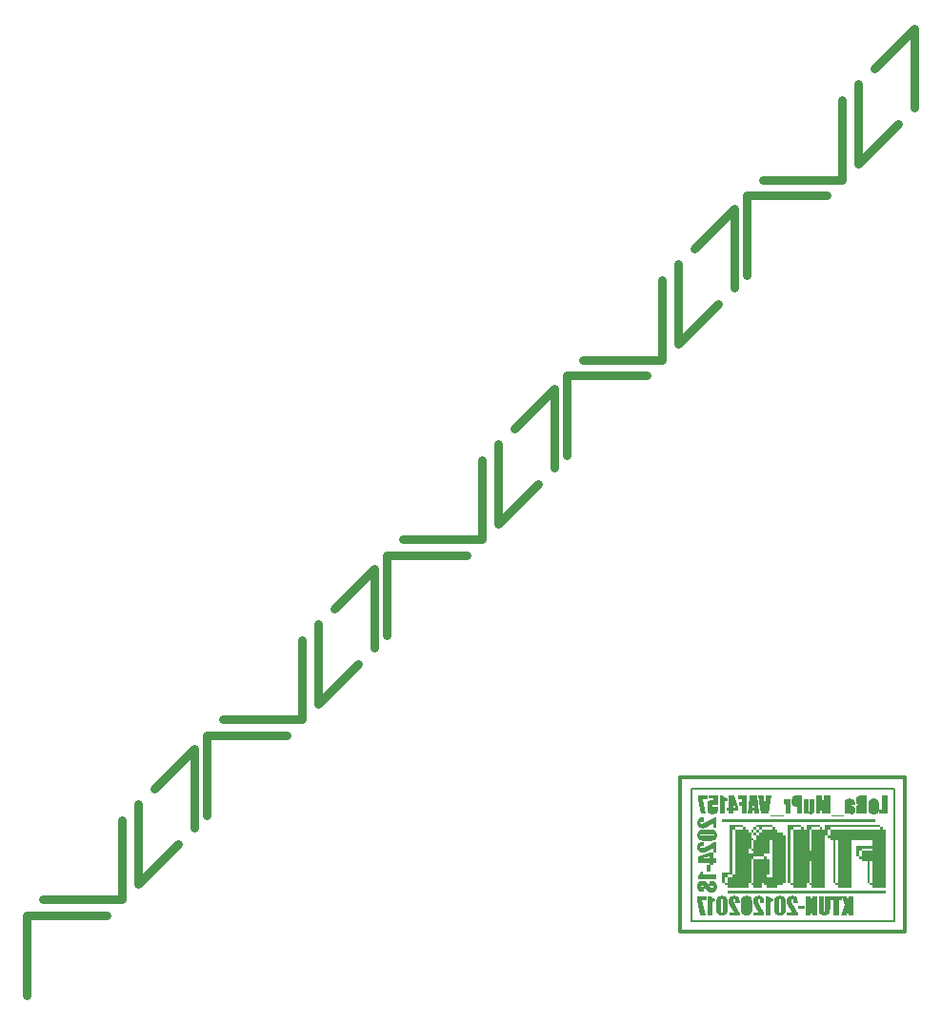
<source format=gbr>
%TF.GenerationSoftware,KiCad,Pcbnew,7.0.5*%
%TF.CreationDate,2024-05-26T12:31:29+03:00*%
%TF.ProjectId,LoRa_MuPr-VAF4751,4c6f5261-5f4d-4755-9072-2d5641463437,rev?*%
%TF.SameCoordinates,Original*%
%TF.FileFunction,Legend,Bot*%
%TF.FilePolarity,Positive*%
%FSLAX46Y46*%
G04 Gerber Fmt 4.6, Leading zero omitted, Abs format (unit mm)*
G04 Created by KiCad (PCBNEW 7.0.5) date 2024-05-26 12:31:29*
%MOMM*%
%LPD*%
G01*
G04 APERTURE LIST*
%ADD10C,0.150000*%
%ADD11C,0.300000*%
%ADD12C,0.800000*%
G04 APERTURE END LIST*
D10*
X156000000Y-133000000D02*
X174000000Y-133000000D01*
D11*
X155000000Y-120250000D02*
X155000000Y-134000000D01*
D10*
X174000000Y-133000000D02*
X174000000Y-121250000D01*
X156000000Y-121250000D02*
X174000000Y-121250000D01*
D11*
X175000000Y-120250000D02*
X155000000Y-120250000D01*
X155000000Y-134000000D02*
X175000000Y-134000000D01*
D10*
X156000000Y-121250000D02*
X156000000Y-133000000D01*
D11*
X175000000Y-134000000D02*
X175000000Y-120250000D01*
G36*
X172974438Y-121871566D02*
G01*
X172974438Y-123163513D01*
X172719448Y-123163513D01*
X172719448Y-123503500D01*
X173416420Y-123503500D01*
X173416420Y-121871566D01*
X172974438Y-121871566D01*
G37*
G36*
X172229076Y-122143806D02*
G01*
X172248941Y-122144557D01*
X172268354Y-122145809D01*
X172287316Y-122147562D01*
X172305828Y-122149815D01*
X172323888Y-122152570D01*
X172341497Y-122155825D01*
X172358656Y-122159581D01*
X172375363Y-122163837D01*
X172391620Y-122168595D01*
X172407425Y-122173853D01*
X172422779Y-122179612D01*
X172437683Y-122185872D01*
X172452135Y-122192633D01*
X172466137Y-122199895D01*
X172479687Y-122207657D01*
X172492756Y-122215833D01*
X172505313Y-122224335D01*
X172517359Y-122233164D01*
X172528892Y-122242320D01*
X172539914Y-122251801D01*
X172550424Y-122261610D01*
X172560421Y-122271745D01*
X172574459Y-122287559D01*
X172587344Y-122304108D01*
X172599078Y-122321392D01*
X172609660Y-122339410D01*
X172619090Y-122358163D01*
X172627369Y-122377650D01*
X172632301Y-122391152D01*
X172636914Y-122405274D01*
X172641210Y-122420015D01*
X172645187Y-122435377D01*
X172648846Y-122451358D01*
X172652187Y-122467959D01*
X172655210Y-122485179D01*
X172657914Y-122503020D01*
X172660301Y-122521480D01*
X172662369Y-122540560D01*
X172664119Y-122560260D01*
X172665551Y-122580579D01*
X172666664Y-122601518D01*
X172667460Y-122623077D01*
X172667937Y-122645256D01*
X172668096Y-122668055D01*
X172668096Y-123004499D01*
X172668009Y-123025247D01*
X172667748Y-123045348D01*
X172667312Y-123064802D01*
X172666702Y-123083608D01*
X172665917Y-123101766D01*
X172664959Y-123119278D01*
X172663826Y-123136141D01*
X172662518Y-123152358D01*
X172661037Y-123167927D01*
X172659381Y-123182848D01*
X172656570Y-123204016D01*
X172653367Y-123223728D01*
X172649772Y-123241982D01*
X172645785Y-123258780D01*
X172642832Y-123269355D01*
X172637958Y-123284865D01*
X172632548Y-123299951D01*
X172626603Y-123314613D01*
X172620122Y-123328853D01*
X172613106Y-123342669D01*
X172605555Y-123356062D01*
X172597468Y-123369031D01*
X172588846Y-123381577D01*
X172579689Y-123393700D01*
X172569996Y-123405399D01*
X172563192Y-123412893D01*
X172552375Y-123423683D01*
X172540823Y-123433931D01*
X172528536Y-123443637D01*
X172515515Y-123452802D01*
X172501759Y-123461425D01*
X172487268Y-123469506D01*
X172472043Y-123477046D01*
X172456084Y-123484045D01*
X172439389Y-123490501D01*
X172421960Y-123496416D01*
X172409939Y-123500019D01*
X172391315Y-123504987D01*
X172371981Y-123509432D01*
X172351937Y-123513354D01*
X172331184Y-123516753D01*
X172316954Y-123518728D01*
X172302409Y-123520471D01*
X172287549Y-123521982D01*
X172272373Y-123523260D01*
X172256881Y-123524306D01*
X172241074Y-123525119D01*
X172224952Y-123525700D01*
X172208515Y-123526049D01*
X172191762Y-123526165D01*
X172184174Y-123526131D01*
X172169162Y-123525857D01*
X172154365Y-123525309D01*
X172139783Y-123524488D01*
X172125418Y-123523392D01*
X172111269Y-123522022D01*
X172090449Y-123519454D01*
X172070115Y-123516270D01*
X172050267Y-123512470D01*
X172030904Y-123508053D01*
X172012027Y-123503019D01*
X171993635Y-123497370D01*
X171975729Y-123491104D01*
X171964042Y-123486569D01*
X171947009Y-123479197D01*
X171930574Y-123471139D01*
X171914737Y-123462396D01*
X171899497Y-123452969D01*
X171884856Y-123442857D01*
X171870811Y-123432060D01*
X171857364Y-123420579D01*
X171844515Y-123408412D01*
X171832264Y-123395561D01*
X171820610Y-123382025D01*
X171813163Y-123372733D01*
X171802621Y-123358644D01*
X171792831Y-123344375D01*
X171783795Y-123329924D01*
X171775512Y-123315294D01*
X171767983Y-123300483D01*
X171761207Y-123285491D01*
X171755184Y-123270319D01*
X171749914Y-123254966D01*
X171745397Y-123239433D01*
X171741634Y-123223719D01*
X171740501Y-123218338D01*
X171737318Y-123201098D01*
X171734458Y-123182214D01*
X171731923Y-123161687D01*
X171730719Y-123150056D01*
X172148201Y-123150056D01*
X172148238Y-123160261D01*
X172148434Y-123174661D01*
X172148957Y-123192167D01*
X172149779Y-123207736D01*
X172151226Y-123224473D01*
X172153580Y-123240564D01*
X172157763Y-123255239D01*
X172158379Y-123256568D01*
X172167574Y-123268403D01*
X172181205Y-123275133D01*
X172195657Y-123276842D01*
X172197345Y-123276819D01*
X172212396Y-123274038D01*
X172225118Y-123265627D01*
X172233197Y-123253114D01*
X172235521Y-123246031D01*
X172238427Y-123231422D01*
X172240315Y-123215596D01*
X172241477Y-123200544D01*
X172242329Y-123183368D01*
X172242765Y-123169091D01*
X172243026Y-123153619D01*
X172243114Y-123136952D01*
X172243114Y-122536664D01*
X172243075Y-122524528D01*
X172242872Y-122507459D01*
X172242494Y-122491753D01*
X172241942Y-122477411D01*
X172240935Y-122460409D01*
X172239618Y-122445831D01*
X172237536Y-122431016D01*
X172233197Y-122415190D01*
X172232538Y-122413817D01*
X172222955Y-122401594D01*
X172209103Y-122394643D01*
X172194595Y-122392878D01*
X172192843Y-122392900D01*
X172178789Y-122395023D01*
X172165797Y-122402335D01*
X172157409Y-122414836D01*
X172155251Y-122421543D01*
X172152553Y-122436168D01*
X172150800Y-122452541D01*
X172149720Y-122468378D01*
X172148929Y-122486650D01*
X172148525Y-122501952D01*
X172148282Y-122518623D01*
X172148201Y-122536664D01*
X172148201Y-123150056D01*
X171730719Y-123150056D01*
X171730412Y-123147090D01*
X171729045Y-123131762D01*
X171727822Y-123115703D01*
X171726743Y-123098914D01*
X171725808Y-123081394D01*
X171725017Y-123063145D01*
X171724369Y-123044164D01*
X171723866Y-123024453D01*
X171723506Y-123004012D01*
X171723290Y-122982841D01*
X171723218Y-122960938D01*
X171723218Y-122639368D01*
X171723238Y-122630650D01*
X171723396Y-122613626D01*
X171723711Y-122597152D01*
X171724184Y-122581229D01*
X171724815Y-122565856D01*
X171725604Y-122551035D01*
X171727082Y-122529834D01*
X171728915Y-122509873D01*
X171731104Y-122491150D01*
X171733647Y-122473666D01*
X171736545Y-122457421D01*
X171739797Y-122442415D01*
X171743405Y-122428648D01*
X171747429Y-122415471D01*
X171753742Y-122398018D01*
X171761141Y-122380698D01*
X171767402Y-122367794D01*
X171774272Y-122354966D01*
X171781753Y-122342213D01*
X171789844Y-122329534D01*
X171798545Y-122316929D01*
X171807856Y-122304400D01*
X171817777Y-122291945D01*
X171824727Y-122283723D01*
X171835817Y-122271770D01*
X171847703Y-122260271D01*
X171860386Y-122249226D01*
X171873866Y-122238635D01*
X171888142Y-122228500D01*
X171903216Y-122218818D01*
X171919087Y-122209591D01*
X171935754Y-122200819D01*
X171953218Y-122192501D01*
X171971479Y-122184637D01*
X171984068Y-122179662D01*
X172003512Y-122172802D01*
X172023628Y-122166664D01*
X172037412Y-122162973D01*
X172051495Y-122159603D01*
X172065877Y-122156554D01*
X172080558Y-122153826D01*
X172095537Y-122151419D01*
X172110816Y-122149332D01*
X172126393Y-122147567D01*
X172142269Y-122146123D01*
X172158444Y-122145000D01*
X172174917Y-122144197D01*
X172191690Y-122143716D01*
X172208761Y-122143555D01*
X172229076Y-122143806D01*
G37*
G36*
X171607411Y-123503500D02*
G01*
X171165429Y-123503500D01*
X171165429Y-122778196D01*
X171148883Y-122778616D01*
X171133953Y-122779878D01*
X171117563Y-122782638D01*
X171101228Y-122787685D01*
X171088529Y-122794624D01*
X171078307Y-122805112D01*
X171075143Y-122811027D01*
X171070560Y-122824745D01*
X171067517Y-122839193D01*
X171065027Y-122856729D01*
X171063522Y-122871908D01*
X171062329Y-122888823D01*
X171061447Y-122907475D01*
X171060876Y-122927864D01*
X171060669Y-122942422D01*
X171060600Y-122957751D01*
X171060600Y-123503500D01*
X170648367Y-123503500D01*
X170648367Y-123068247D01*
X170648409Y-123044312D01*
X170648538Y-123021559D01*
X170648753Y-122999988D01*
X170649053Y-122979598D01*
X170649439Y-122960389D01*
X170649910Y-122942362D01*
X170650468Y-122925516D01*
X170651111Y-122909852D01*
X170651840Y-122895369D01*
X170653095Y-122875860D01*
X170654542Y-122859009D01*
X170656182Y-122844816D01*
X170659345Y-122827069D01*
X170660065Y-122824227D01*
X170664658Y-122809771D01*
X170670911Y-122794899D01*
X170678824Y-122779613D01*
X170686349Y-122767084D01*
X170694938Y-122754291D01*
X170704588Y-122741231D01*
X170715301Y-122727906D01*
X170721215Y-122721265D01*
X170735061Y-122708770D01*
X170747209Y-122700088D01*
X170760871Y-122691999D01*
X170776045Y-122684500D01*
X170792732Y-122677593D01*
X170810932Y-122671278D01*
X170830644Y-122665553D01*
X170844626Y-122662066D01*
X170859281Y-122658841D01*
X170874608Y-122655879D01*
X170890607Y-122653180D01*
X170881734Y-122652961D01*
X170864541Y-122652140D01*
X170848084Y-122650806D01*
X170832363Y-122648961D01*
X170817378Y-122646603D01*
X170803129Y-122643734D01*
X170783135Y-122638470D01*
X170764798Y-122632055D01*
X170748116Y-122624488D01*
X170733090Y-122615770D01*
X170719720Y-122605900D01*
X170708006Y-122594878D01*
X170697948Y-122582704D01*
X170694897Y-122578312D01*
X170686327Y-122563690D01*
X170678629Y-122546903D01*
X170671801Y-122527949D01*
X170667734Y-122514109D01*
X170664054Y-122499307D01*
X170660762Y-122483541D01*
X170657857Y-122466813D01*
X170655339Y-122449122D01*
X170653208Y-122430468D01*
X170651465Y-122410852D01*
X170650110Y-122390272D01*
X170649224Y-122370567D01*
X171060600Y-122370567D01*
X171060695Y-122382941D01*
X171061196Y-122400263D01*
X171062127Y-122416098D01*
X171063487Y-122430444D01*
X171065969Y-122447258D01*
X171070145Y-122464555D01*
X171075514Y-122477720D01*
X171085036Y-122489208D01*
X171089895Y-122492246D01*
X171103387Y-122498172D01*
X171117353Y-122501957D01*
X171133534Y-122504547D01*
X171148712Y-122505792D01*
X171165429Y-122506207D01*
X171165429Y-122166221D01*
X171158431Y-122166304D01*
X171142076Y-122167238D01*
X171127346Y-122169209D01*
X171111816Y-122172944D01*
X171096656Y-122179191D01*
X171084682Y-122187470D01*
X171081766Y-122190284D01*
X171073041Y-122203314D01*
X171067396Y-122218420D01*
X171063986Y-122233787D01*
X171062105Y-122247897D01*
X171060976Y-122263624D01*
X171060600Y-122280966D01*
X171060600Y-122370567D01*
X170649224Y-122370567D01*
X170649141Y-122368730D01*
X170648560Y-122346224D01*
X170648367Y-122322756D01*
X170648635Y-122296988D01*
X170649440Y-122272096D01*
X170650782Y-122248081D01*
X170652661Y-122224944D01*
X170655076Y-122202684D01*
X170658028Y-122181300D01*
X170661517Y-122160794D01*
X170665543Y-122141165D01*
X170670105Y-122122413D01*
X170675205Y-122104538D01*
X170680841Y-122087540D01*
X170687013Y-122071419D01*
X170693723Y-122056175D01*
X170700969Y-122041809D01*
X170708752Y-122028319D01*
X170717072Y-122015706D01*
X170721383Y-122009692D01*
X170730237Y-121998096D01*
X170739400Y-121987079D01*
X170753727Y-121971637D01*
X170768751Y-121957496D01*
X170784472Y-121944656D01*
X170800890Y-121933117D01*
X170818005Y-121922880D01*
X170835818Y-121913943D01*
X170854328Y-121906308D01*
X170873535Y-121899974D01*
X170893440Y-121894941D01*
X170907683Y-121892110D01*
X170923410Y-121889462D01*
X170940620Y-121886997D01*
X170959312Y-121884714D01*
X170979488Y-121882614D01*
X171001146Y-121880697D01*
X171024288Y-121878962D01*
X171048913Y-121877410D01*
X171075020Y-121876040D01*
X171102611Y-121874853D01*
X171116962Y-121874328D01*
X171131685Y-121873849D01*
X171146778Y-121873415D01*
X171162241Y-121873027D01*
X171178076Y-121872685D01*
X171194281Y-121872388D01*
X171210857Y-121872137D01*
X171227804Y-121871932D01*
X171245121Y-121871772D01*
X171262809Y-121871658D01*
X171280868Y-121871589D01*
X171299298Y-121871566D01*
X171607411Y-121871566D01*
X171607411Y-123503500D01*
G37*
G36*
X170100997Y-122143804D02*
G01*
X170121897Y-122144551D01*
X170142300Y-122145796D01*
X170162204Y-122147540D01*
X170181611Y-122149781D01*
X170200519Y-122152520D01*
X170218929Y-122155757D01*
X170236842Y-122159492D01*
X170254256Y-122163725D01*
X170271172Y-122168457D01*
X170287591Y-122173686D01*
X170303511Y-122179413D01*
X170318933Y-122185639D01*
X170333857Y-122192362D01*
X170348284Y-122199583D01*
X170362212Y-122207303D01*
X170375607Y-122215349D01*
X170388436Y-122223549D01*
X170400697Y-122231905D01*
X170412391Y-122240416D01*
X170428868Y-122253473D01*
X170444069Y-122266878D01*
X170457994Y-122280632D01*
X170470643Y-122294734D01*
X170482016Y-122309185D01*
X170492112Y-122323985D01*
X170500932Y-122339133D01*
X170508476Y-122354630D01*
X170512894Y-122365343D01*
X170518985Y-122382409D01*
X170524435Y-122400670D01*
X170529245Y-122420126D01*
X170533412Y-122440778D01*
X170535835Y-122455209D01*
X170537972Y-122470172D01*
X170539824Y-122485666D01*
X170541392Y-122501692D01*
X170542674Y-122518248D01*
X170543672Y-122535336D01*
X170544384Y-122552955D01*
X170544812Y-122571105D01*
X170544954Y-122589787D01*
X170544954Y-122687533D01*
X170144762Y-122687533D01*
X170144762Y-122540914D01*
X170144730Y-122528051D01*
X170144563Y-122509991D01*
X170144253Y-122493413D01*
X170143800Y-122478317D01*
X170142972Y-122460493D01*
X170141891Y-122445303D01*
X170140180Y-122430020D01*
X170136617Y-122414128D01*
X170134868Y-122410330D01*
X170124677Y-122399602D01*
X170110255Y-122394206D01*
X170095181Y-122392878D01*
X170088253Y-122393288D01*
X170074445Y-122397204D01*
X170061994Y-122406417D01*
X170053391Y-122419086D01*
X170050237Y-122426755D01*
X170046294Y-122442451D01*
X170043731Y-122459374D01*
X170042154Y-122475427D01*
X170040998Y-122493716D01*
X170040406Y-122508899D01*
X170040051Y-122525340D01*
X170039933Y-122543039D01*
X170039945Y-122547834D01*
X170040236Y-122565971D01*
X170040914Y-122582436D01*
X170041979Y-122597230D01*
X170043855Y-122613373D01*
X170046906Y-122629297D01*
X170052329Y-122644681D01*
X170063364Y-122655434D01*
X170077818Y-122664664D01*
X170092384Y-122672669D01*
X170110144Y-122681601D01*
X170123758Y-122688071D01*
X170138791Y-122694954D01*
X170155244Y-122702248D01*
X170173117Y-122709955D01*
X170192408Y-122718074D01*
X170213119Y-122726606D01*
X170235249Y-122735550D01*
X170258799Y-122744906D01*
X170281764Y-122753963D01*
X170303644Y-122762895D01*
X170324439Y-122771704D01*
X170344150Y-122780387D01*
X170362776Y-122788946D01*
X170380318Y-122797381D01*
X170396775Y-122805691D01*
X170412147Y-122813877D01*
X170426435Y-122821938D01*
X170439638Y-122829874D01*
X170457409Y-122841546D01*
X170472740Y-122852937D01*
X170485631Y-122864048D01*
X170496081Y-122874879D01*
X170504815Y-122886354D01*
X170512690Y-122899528D01*
X170519706Y-122914401D01*
X170525863Y-122930974D01*
X170531161Y-122949246D01*
X170535600Y-122969218D01*
X170538081Y-122983477D01*
X170540181Y-122998491D01*
X170541900Y-123014260D01*
X170543236Y-123030785D01*
X170544191Y-123048065D01*
X170544763Y-123066101D01*
X170544954Y-123084892D01*
X170544954Y-123194325D01*
X170544864Y-123207132D01*
X170544145Y-123231898D01*
X170542706Y-123255532D01*
X170540548Y-123278034D01*
X170537671Y-123299405D01*
X170534074Y-123319644D01*
X170529757Y-123338752D01*
X170524722Y-123356728D01*
X170518967Y-123373572D01*
X170512493Y-123389285D01*
X170505299Y-123403866D01*
X170497386Y-123417316D01*
X170488753Y-123429634D01*
X170479401Y-123440820D01*
X170469330Y-123450874D01*
X170452875Y-123463834D01*
X170441298Y-123471382D01*
X170423685Y-123481791D01*
X170405772Y-123491104D01*
X170387561Y-123499322D01*
X170369051Y-123506443D01*
X170350242Y-123512470D01*
X170331135Y-123517400D01*
X170311728Y-123521235D01*
X170292023Y-123523974D01*
X170272019Y-123525617D01*
X170251716Y-123526165D01*
X170236181Y-123525838D01*
X170221050Y-123524858D01*
X170206324Y-123523224D01*
X170192003Y-123520936D01*
X170173537Y-123516869D01*
X170155791Y-123511639D01*
X170138764Y-123505248D01*
X170122456Y-123497695D01*
X170106868Y-123488979D01*
X170099425Y-123484348D01*
X170085569Y-123475184D01*
X170073085Y-123466153D01*
X170059410Y-123455051D01*
X170047879Y-123444157D01*
X170036873Y-123431358D01*
X170028954Y-123418857D01*
X170028954Y-123503500D01*
X169614951Y-123503500D01*
X169614951Y-122880192D01*
X170039933Y-122880192D01*
X170039933Y-123137306D01*
X170039971Y-123149520D01*
X170040167Y-123166664D01*
X170040531Y-123182394D01*
X170041063Y-123196711D01*
X170042034Y-123213603D01*
X170043304Y-123227982D01*
X170045312Y-123242423D01*
X170049495Y-123257364D01*
X170050731Y-123259722D01*
X170060542Y-123269975D01*
X170073892Y-123275301D01*
X170089515Y-123276842D01*
X170099084Y-123276202D01*
X170113782Y-123271826D01*
X170125231Y-123263303D01*
X170133429Y-123250635D01*
X170137845Y-123235354D01*
X170140335Y-123219956D01*
X170141929Y-123204949D01*
X170143169Y-123187552D01*
X170143866Y-123172934D01*
X170144364Y-123156973D01*
X170144663Y-123139666D01*
X170144762Y-123121015D01*
X170144706Y-123109897D01*
X170144408Y-123093857D01*
X170143855Y-123078583D01*
X170143046Y-123064075D01*
X170141572Y-123045922D01*
X170139643Y-123029130D01*
X170137261Y-123013700D01*
X170134425Y-122999631D01*
X170130242Y-122983958D01*
X170126981Y-122975103D01*
X170119153Y-122959942D01*
X170110736Y-122947453D01*
X170100405Y-122934643D01*
X170088159Y-122921511D01*
X170077718Y-122911452D01*
X170066200Y-122901213D01*
X170053605Y-122890792D01*
X170039933Y-122880192D01*
X169614951Y-122880192D01*
X169614951Y-122833090D01*
X169614972Y-122812874D01*
X169615035Y-122793087D01*
X169615141Y-122773729D01*
X169615288Y-122754800D01*
X169615478Y-122736299D01*
X169615710Y-122718228D01*
X169615984Y-122700585D01*
X169616301Y-122683372D01*
X169616660Y-122666587D01*
X169617060Y-122650231D01*
X169617503Y-122634304D01*
X169617989Y-122618805D01*
X169618516Y-122603736D01*
X169619086Y-122589095D01*
X169620351Y-122561101D01*
X169621786Y-122534821D01*
X169623389Y-122510258D01*
X169625162Y-122487409D01*
X169627102Y-122466276D01*
X169629212Y-122446859D01*
X169631491Y-122429157D01*
X169633938Y-122413170D01*
X169636554Y-122398899D01*
X169641291Y-122379071D01*
X169647535Y-122359829D01*
X169655286Y-122341172D01*
X169664543Y-122323099D01*
X169675307Y-122305612D01*
X169687577Y-122288711D01*
X169696594Y-122277768D01*
X169706280Y-122267085D01*
X169716637Y-122256663D01*
X169727662Y-122246500D01*
X169739358Y-122236598D01*
X169751723Y-122226955D01*
X169764757Y-122217573D01*
X169778521Y-122208610D01*
X169793073Y-122200225D01*
X169808413Y-122192419D01*
X169824542Y-122185190D01*
X169841460Y-122178540D01*
X169859166Y-122172469D01*
X169877661Y-122166975D01*
X169896944Y-122162060D01*
X169917016Y-122157723D01*
X169937877Y-122153964D01*
X169959525Y-122150784D01*
X169981963Y-122148181D01*
X170005189Y-122146158D01*
X170029204Y-122144712D01*
X170054007Y-122143844D01*
X170079598Y-122143555D01*
X170100997Y-122143804D01*
G37*
G36*
X169588035Y-123639494D02*
G01*
X168414729Y-123639494D01*
X168414729Y-123752823D01*
X169588035Y-123752823D01*
X169588035Y-123639494D01*
G37*
G36*
X167055139Y-121871566D02*
G01*
X167055139Y-123503500D01*
X167444352Y-123503500D01*
X167433019Y-122405628D01*
X167569722Y-123503500D01*
X167849502Y-123503500D01*
X167993996Y-122428294D01*
X167982663Y-123503500D01*
X168371877Y-123503500D01*
X168371877Y-121871566D01*
X167808066Y-121871566D01*
X167804831Y-121890736D01*
X167801587Y-121910263D01*
X167798334Y-121930147D01*
X167795074Y-121950387D01*
X167791805Y-121970985D01*
X167788527Y-121991939D01*
X167785242Y-122013251D01*
X167781948Y-122034919D01*
X167778646Y-122056944D01*
X167775335Y-122079327D01*
X167772016Y-122102066D01*
X167768689Y-122125162D01*
X167765354Y-122148614D01*
X167762010Y-122172424D01*
X167758658Y-122196591D01*
X167755298Y-122221115D01*
X167708904Y-122634410D01*
X167623199Y-121871566D01*
X167055139Y-121871566D01*
G37*
G36*
X165984891Y-122166221D02*
G01*
X165984891Y-123503500D01*
X166417665Y-123503500D01*
X166412707Y-123424524D01*
X166421580Y-123436468D01*
X166433591Y-123448661D01*
X166445997Y-123459013D01*
X166457490Y-123467418D01*
X166470378Y-123475934D01*
X166484660Y-123484561D01*
X166496287Y-123491104D01*
X166512517Y-123499322D01*
X166529334Y-123506443D01*
X166546737Y-123512470D01*
X166564727Y-123517400D01*
X166578604Y-123520379D01*
X166592811Y-123522741D01*
X166607349Y-123524488D01*
X166622216Y-123525617D01*
X166637413Y-123526131D01*
X166642552Y-123526165D01*
X166659812Y-123525876D01*
X166676530Y-123525007D01*
X166692706Y-123523560D01*
X166708341Y-123521534D01*
X166723434Y-123518928D01*
X166737986Y-123515744D01*
X166751996Y-123511981D01*
X166769834Y-123506063D01*
X166786709Y-123499115D01*
X166798733Y-123493229D01*
X166813807Y-123484569D01*
X166827862Y-123475234D01*
X166840899Y-123465223D01*
X166852918Y-123454538D01*
X166863919Y-123443177D01*
X166873902Y-123431142D01*
X166882866Y-123418431D01*
X166890812Y-123405045D01*
X166897896Y-123391266D01*
X166904270Y-123377377D01*
X166909937Y-123363377D01*
X166914895Y-123349266D01*
X166919145Y-123335045D01*
X166922686Y-123320713D01*
X166925519Y-123306270D01*
X166927644Y-123291717D01*
X166929304Y-123275365D01*
X166930404Y-123260813D01*
X166931379Y-123244300D01*
X166932230Y-123225827D01*
X166932957Y-123205392D01*
X166933372Y-123190679D01*
X166933731Y-123175095D01*
X166934036Y-123158640D01*
X166934285Y-123141313D01*
X166934478Y-123123114D01*
X166934617Y-123104044D01*
X166934700Y-123084102D01*
X166934727Y-123063288D01*
X166934727Y-122166221D01*
X166509745Y-122166221D01*
X166509745Y-123076038D01*
X166509714Y-123094616D01*
X166509623Y-123112189D01*
X166509471Y-123128758D01*
X166509258Y-123144323D01*
X166508984Y-123158883D01*
X166508459Y-123178841D01*
X166507797Y-123196538D01*
X166506998Y-123211976D01*
X166505720Y-123229044D01*
X166503780Y-123244731D01*
X166501953Y-123252760D01*
X166494525Y-123265459D01*
X166481977Y-123273456D01*
X166466308Y-123276630D01*
X166460163Y-123276842D01*
X166445749Y-123275656D01*
X166431300Y-123270644D01*
X166420634Y-123260476D01*
X166416957Y-123252051D01*
X166414550Y-123237854D01*
X166413222Y-123223090D01*
X166412115Y-123204087D01*
X166411430Y-123187054D01*
X166410870Y-123167636D01*
X166410566Y-123153366D01*
X166410317Y-123138037D01*
X166410123Y-123121647D01*
X166409985Y-123104199D01*
X166409902Y-123085690D01*
X166409874Y-123066122D01*
X166409874Y-122166221D01*
X165984891Y-122166221D01*
G37*
G36*
X165857397Y-123503500D02*
G01*
X165415415Y-123503500D01*
X165415415Y-122846193D01*
X165314127Y-122846193D01*
X165305435Y-122846155D01*
X165288352Y-122845854D01*
X165271674Y-122845251D01*
X165255400Y-122844346D01*
X165239529Y-122843140D01*
X165224063Y-122841632D01*
X165209000Y-122839822D01*
X165194341Y-122837711D01*
X165180087Y-122835298D01*
X165159462Y-122831114D01*
X165139747Y-122826251D01*
X165120940Y-122820709D01*
X165103042Y-122814489D01*
X165086053Y-122807591D01*
X165075245Y-122802588D01*
X165059836Y-122794587D01*
X165045392Y-122785987D01*
X165031913Y-122776790D01*
X165019399Y-122766996D01*
X165007850Y-122756604D01*
X164997266Y-122745614D01*
X164987647Y-122734027D01*
X164978993Y-122721841D01*
X164971303Y-122709059D01*
X164964579Y-122695678D01*
X164962531Y-122691039D01*
X164956777Y-122676156D01*
X164951608Y-122659829D01*
X164947024Y-122642058D01*
X164943025Y-122622842D01*
X164939611Y-122602182D01*
X164937661Y-122587607D01*
X164935970Y-122572389D01*
X164934540Y-122556530D01*
X164933369Y-122540029D01*
X164932459Y-122522885D01*
X164931809Y-122505100D01*
X164931419Y-122486673D01*
X164931289Y-122467605D01*
X164931289Y-122417669D01*
X165304565Y-122417669D01*
X165304736Y-122433074D01*
X165305250Y-122447414D01*
X165306467Y-122464878D01*
X165308293Y-122480449D01*
X165311432Y-122497253D01*
X165316454Y-122513513D01*
X165324043Y-122527102D01*
X165335841Y-122537793D01*
X165349541Y-122544642D01*
X165363793Y-122548651D01*
X165380361Y-122550942D01*
X165395936Y-122551539D01*
X165401105Y-122551522D01*
X165415415Y-122551184D01*
X165415415Y-122166221D01*
X165399627Y-122166559D01*
X165385201Y-122167571D01*
X165369083Y-122169786D01*
X165352548Y-122173837D01*
X165339077Y-122179407D01*
X165327231Y-122187824D01*
X165324486Y-122190699D01*
X165316274Y-122204203D01*
X165310962Y-122220040D01*
X165307752Y-122236244D01*
X165305982Y-122251173D01*
X165304919Y-122267852D01*
X165304565Y-122286279D01*
X165304565Y-122417669D01*
X164931289Y-122417669D01*
X164931289Y-122328777D01*
X164931355Y-122310221D01*
X164931554Y-122292272D01*
X164931886Y-122274928D01*
X164932351Y-122258190D01*
X164932949Y-122242058D01*
X164933679Y-122226532D01*
X164934543Y-122211612D01*
X164936086Y-122190368D01*
X164937929Y-122170487D01*
X164940071Y-122151970D01*
X164942511Y-122134816D01*
X164945250Y-122119026D01*
X164948288Y-122104599D01*
X164953030Y-122086598D01*
X164958758Y-122069250D01*
X164965470Y-122052555D01*
X164973167Y-122036513D01*
X164981850Y-122021124D01*
X164991517Y-122006388D01*
X165002169Y-121992305D01*
X165013806Y-121978875D01*
X165026572Y-121966081D01*
X165040788Y-121954084D01*
X165052402Y-121945609D01*
X165064830Y-121937583D01*
X165078075Y-121930004D01*
X165092135Y-121922874D01*
X165107010Y-121916192D01*
X165122701Y-121909959D01*
X165139208Y-121904173D01*
X165156530Y-121898836D01*
X165174884Y-121893963D01*
X165194620Y-121889569D01*
X165208546Y-121886906D01*
X165223085Y-121884456D01*
X165238239Y-121882219D01*
X165254007Y-121880195D01*
X165270389Y-121878384D01*
X165287386Y-121876786D01*
X165304997Y-121875401D01*
X165323222Y-121874230D01*
X165342061Y-121873271D01*
X165361514Y-121872525D01*
X165381582Y-121871993D01*
X165402264Y-121871673D01*
X165423560Y-121871566D01*
X165857397Y-121871566D01*
X165857397Y-123503500D01*
G37*
G36*
X164424497Y-122166221D02*
G01*
X164452829Y-122367025D01*
X164442455Y-122341373D01*
X164431254Y-122317272D01*
X164419225Y-122294724D01*
X164406369Y-122273728D01*
X164392686Y-122254285D01*
X164378175Y-122236393D01*
X164362837Y-122220054D01*
X164346672Y-122205266D01*
X164329680Y-122192031D01*
X164311860Y-122180348D01*
X164293213Y-122170218D01*
X164273739Y-122161639D01*
X164253437Y-122154613D01*
X164232309Y-122149139D01*
X164210353Y-122145217D01*
X164187569Y-122142847D01*
X164187569Y-122642202D01*
X164202168Y-122642308D01*
X164223035Y-122642867D01*
X164242662Y-122643906D01*
X164261051Y-122645424D01*
X164278200Y-122647421D01*
X164294111Y-122649898D01*
X164308783Y-122652854D01*
X164326419Y-122657541D01*
X164341852Y-122663080D01*
X164355083Y-122669471D01*
X164369235Y-122678529D01*
X164381589Y-122688659D01*
X164392145Y-122699861D01*
X164400902Y-122712136D01*
X164407860Y-122725482D01*
X164413020Y-122739900D01*
X164414581Y-122745968D01*
X164417154Y-122760339D01*
X164419384Y-122779015D01*
X164420831Y-122795847D01*
X164422086Y-122815101D01*
X164422815Y-122829282D01*
X164423458Y-122844540D01*
X164424016Y-122860874D01*
X164424487Y-122878284D01*
X164424873Y-122896771D01*
X164425174Y-122916333D01*
X164425388Y-122936972D01*
X164425517Y-122958688D01*
X164425560Y-122981479D01*
X164425560Y-123503500D01*
X164850542Y-123503500D01*
X164850542Y-122166221D01*
X164424497Y-122166221D01*
G37*
G36*
X164207756Y-123639494D02*
G01*
X163034450Y-123639494D01*
X163034450Y-123752823D01*
X164207756Y-123752823D01*
X164207756Y-123639494D01*
G37*
G36*
X161970931Y-121871566D02*
G01*
X162187318Y-123503500D01*
X162843562Y-123503500D01*
X163088989Y-121871566D01*
X162623279Y-121871566D01*
X162618465Y-121913525D01*
X162613761Y-121955110D01*
X162609169Y-121996324D01*
X162604686Y-122037166D01*
X162600315Y-122077635D01*
X162596054Y-122117733D01*
X162591904Y-122157458D01*
X162587864Y-122196811D01*
X162583935Y-122235792D01*
X162580117Y-122274401D01*
X162576410Y-122312637D01*
X162572813Y-122350502D01*
X162569326Y-122387994D01*
X162565951Y-122425115D01*
X162562686Y-122461863D01*
X162559532Y-122498239D01*
X162556488Y-122534243D01*
X162553556Y-122569874D01*
X162550733Y-122605134D01*
X162548022Y-122640021D01*
X162545421Y-122674537D01*
X162542931Y-122708680D01*
X162540552Y-122742451D01*
X162538283Y-122775850D01*
X162536125Y-122808876D01*
X162534077Y-122841531D01*
X162532140Y-122873814D01*
X162530314Y-122905724D01*
X162528599Y-122937262D01*
X162526994Y-122968428D01*
X162525500Y-122999222D01*
X162524117Y-123029644D01*
X162522753Y-122999200D01*
X162521361Y-122969005D01*
X162519942Y-122939058D01*
X162518495Y-122909360D01*
X162517020Y-122879909D01*
X162515517Y-122850707D01*
X162513987Y-122821754D01*
X162512430Y-122793048D01*
X162510844Y-122764591D01*
X162509231Y-122736382D01*
X162507591Y-122708422D01*
X162505922Y-122680710D01*
X162504226Y-122653246D01*
X162502502Y-122626031D01*
X162500751Y-122599064D01*
X162498972Y-122572345D01*
X162497165Y-122545875D01*
X162495331Y-122519652D01*
X162493469Y-122493679D01*
X162491579Y-122467953D01*
X162489662Y-122442476D01*
X162487717Y-122417247D01*
X162485744Y-122392267D01*
X162483743Y-122367534D01*
X162481715Y-122343051D01*
X162479660Y-122318815D01*
X162477576Y-122294828D01*
X162475465Y-122271089D01*
X162473326Y-122247598D01*
X162471160Y-122224356D01*
X162468966Y-122201362D01*
X162466744Y-122178616D01*
X162436641Y-121871566D01*
X161970931Y-121871566D01*
G37*
G36*
X162053449Y-123503500D02*
G01*
X161595530Y-123503500D01*
X161570739Y-123208845D01*
X161441120Y-123208845D01*
X161420225Y-123503500D01*
X160967264Y-123503500D01*
X161055123Y-122914190D01*
X161455286Y-122914190D01*
X161573927Y-122914190D01*
X161571878Y-122886910D01*
X161570744Y-122872464D01*
X161569538Y-122857482D01*
X161568260Y-122841963D01*
X161566909Y-122825907D01*
X161565485Y-122809314D01*
X161563988Y-122792185D01*
X161562419Y-122774519D01*
X161560777Y-122756316D01*
X161559063Y-122737576D01*
X161557276Y-122718300D01*
X161555416Y-122698487D01*
X161553484Y-122678137D01*
X161551479Y-122657250D01*
X161549402Y-122635827D01*
X161547251Y-122613867D01*
X161545029Y-122591370D01*
X161542733Y-122568336D01*
X161540365Y-122544765D01*
X161537924Y-122520658D01*
X161535411Y-122496014D01*
X161532825Y-122470833D01*
X161530167Y-122445116D01*
X161527435Y-122418862D01*
X161524632Y-122392071D01*
X161521755Y-122364743D01*
X161518806Y-122336878D01*
X161515784Y-122308477D01*
X161512690Y-122279539D01*
X161509523Y-122250064D01*
X161506284Y-122220052D01*
X161504990Y-122246333D01*
X161503677Y-122272317D01*
X161502345Y-122298006D01*
X161500993Y-122323398D01*
X161499622Y-122348495D01*
X161498232Y-122373295D01*
X161496822Y-122397799D01*
X161495393Y-122422007D01*
X161493945Y-122445920D01*
X161492477Y-122469536D01*
X161490990Y-122492856D01*
X161489483Y-122515880D01*
X161487958Y-122538608D01*
X161486412Y-122561040D01*
X161484848Y-122583176D01*
X161483264Y-122605016D01*
X161481660Y-122626559D01*
X161480038Y-122647807D01*
X161478395Y-122668759D01*
X161476734Y-122689414D01*
X161475053Y-122709774D01*
X161473353Y-122729838D01*
X161471633Y-122749605D01*
X161469894Y-122769077D01*
X161468136Y-122788252D01*
X161466358Y-122807131D01*
X161464561Y-122825715D01*
X161462745Y-122844002D01*
X161460909Y-122861993D01*
X161459054Y-122879688D01*
X161457179Y-122897087D01*
X161455286Y-122914190D01*
X161055123Y-122914190D01*
X161210566Y-121871566D01*
X161837062Y-121871566D01*
X162053449Y-123503500D01*
G37*
G36*
X160926182Y-121871566D02*
G01*
X160193087Y-121871566D01*
X160193087Y-122211553D01*
X160484200Y-122211553D01*
X160484200Y-122483541D01*
X160224961Y-122483541D01*
X160224961Y-122823527D01*
X160484200Y-122823527D01*
X160484200Y-123503500D01*
X160926182Y-123503500D01*
X160926182Y-121871566D01*
G37*
G36*
X160190254Y-122923752D02*
G01*
X160190254Y-123208845D01*
X159712149Y-123208845D01*
X159712149Y-123503500D01*
X159287166Y-123503500D01*
X159287166Y-123208845D01*
X159172775Y-123208845D01*
X159172775Y-122914190D01*
X159287166Y-122914190D01*
X159287166Y-122239176D01*
X159700816Y-122239176D01*
X159712149Y-122914190D01*
X159863726Y-122914190D01*
X159700816Y-122239176D01*
X159287166Y-122239176D01*
X159287166Y-121871566D01*
X159839644Y-121871566D01*
X160190254Y-122923752D01*
G37*
G36*
X158518302Y-121871566D02*
G01*
X158518302Y-123503500D01*
X158943639Y-123503500D01*
X158943639Y-122618473D01*
X158943672Y-122595607D01*
X158943772Y-122573933D01*
X158943938Y-122553452D01*
X158944170Y-122534163D01*
X158944469Y-122516067D01*
X158944834Y-122499163D01*
X158945266Y-122483451D01*
X158945764Y-122468933D01*
X158946635Y-122449390D01*
X158947656Y-122432531D01*
X158948826Y-122418355D01*
X158950619Y-122403627D01*
X158952138Y-122395712D01*
X158957058Y-122381203D01*
X158964689Y-122368355D01*
X158975031Y-122357168D01*
X158988085Y-122347641D01*
X158996762Y-122342943D01*
X159010616Y-122337740D01*
X159025236Y-122334212D01*
X159042999Y-122331249D01*
X159058384Y-122329397D01*
X159075537Y-122327862D01*
X159094458Y-122326645D01*
X159115147Y-122325746D01*
X159129921Y-122325322D01*
X159145482Y-122325040D01*
X159161828Y-122324899D01*
X159170296Y-122324881D01*
X159221294Y-122324881D01*
X159221294Y-122128681D01*
X159202887Y-122124613D01*
X159184762Y-122120289D01*
X159166921Y-122115709D01*
X159149362Y-122110874D01*
X159132087Y-122105782D01*
X159115094Y-122100435D01*
X159098384Y-122094831D01*
X159081957Y-122088972D01*
X159065813Y-122082856D01*
X159049952Y-122076485D01*
X159034374Y-122069858D01*
X159019079Y-122062975D01*
X159004066Y-122055836D01*
X158989337Y-122048441D01*
X158974890Y-122040790D01*
X158960727Y-122032883D01*
X158946846Y-122024720D01*
X158933248Y-122016301D01*
X158919933Y-122007627D01*
X158906901Y-121998696D01*
X158894152Y-121989510D01*
X158881686Y-121980067D01*
X158869502Y-121970369D01*
X158857602Y-121960414D01*
X158845984Y-121950204D01*
X158834650Y-121939738D01*
X158823598Y-121929016D01*
X158812829Y-121918038D01*
X158802343Y-121906804D01*
X158792140Y-121895314D01*
X158782220Y-121883568D01*
X158772583Y-121871566D01*
X158518302Y-121871566D01*
G37*
G36*
X157488428Y-121871566D02*
G01*
X157488428Y-122120890D01*
X157987428Y-122120890D01*
X157987428Y-122370567D01*
X157977524Y-122359545D01*
X157967025Y-122349235D01*
X157955932Y-122339635D01*
X157944244Y-122330747D01*
X157931960Y-122322570D01*
X157919082Y-122315103D01*
X157905609Y-122308348D01*
X157891541Y-122302304D01*
X157876879Y-122296971D01*
X157861621Y-122292349D01*
X157845769Y-122288438D01*
X157829321Y-122285238D01*
X157812279Y-122282750D01*
X157794642Y-122280972D01*
X157776410Y-122279905D01*
X157757583Y-122279550D01*
X157736525Y-122279929D01*
X157716114Y-122281066D01*
X157696351Y-122282961D01*
X157677235Y-122285615D01*
X157658766Y-122289026D01*
X157640945Y-122293196D01*
X157623772Y-122298123D01*
X157607246Y-122303809D01*
X157591367Y-122310253D01*
X157576136Y-122317455D01*
X157561552Y-122325415D01*
X157547615Y-122334133D01*
X157534326Y-122343610D01*
X157521685Y-122353844D01*
X157509691Y-122364837D01*
X157498344Y-122376587D01*
X157487622Y-122389348D01*
X157477593Y-122403459D01*
X157468255Y-122418920D01*
X157459608Y-122435731D01*
X157451654Y-122453892D01*
X157444391Y-122473404D01*
X157437820Y-122494266D01*
X157431940Y-122516478D01*
X157426753Y-122540040D01*
X157422257Y-122564952D01*
X157418452Y-122591215D01*
X157415339Y-122618827D01*
X157414043Y-122633140D01*
X157412919Y-122647790D01*
X157411967Y-122662778D01*
X157411189Y-122678104D01*
X157410584Y-122693767D01*
X157410152Y-122709767D01*
X157409892Y-122726105D01*
X157409806Y-122742781D01*
X157409806Y-122973334D01*
X157409872Y-122994541D01*
X157410071Y-123015046D01*
X157410403Y-123034848D01*
X157410868Y-123053948D01*
X157411466Y-123072344D01*
X157412196Y-123090038D01*
X157413060Y-123107029D01*
X157414056Y-123123317D01*
X157415185Y-123138903D01*
X157416446Y-123153785D01*
X157417841Y-123167965D01*
X157420181Y-123187917D01*
X157422821Y-123206288D01*
X157425759Y-123223078D01*
X157426805Y-123228323D01*
X157430269Y-123243626D01*
X157434417Y-123258724D01*
X157439250Y-123273616D01*
X157444767Y-123288302D01*
X157450970Y-123302783D01*
X157457857Y-123317059D01*
X157465429Y-123331129D01*
X157473686Y-123344994D01*
X157482628Y-123358654D01*
X157492254Y-123372108D01*
X157499052Y-123380963D01*
X157509794Y-123393888D01*
X157521302Y-123406234D01*
X157533575Y-123418000D01*
X157546614Y-123429188D01*
X157560418Y-123439797D01*
X157574989Y-123449827D01*
X157590325Y-123459279D01*
X157606427Y-123468151D01*
X157623294Y-123476444D01*
X157640927Y-123484158D01*
X157653108Y-123488979D01*
X157671939Y-123495625D01*
X157691510Y-123501617D01*
X157711823Y-123506955D01*
X157725776Y-123510151D01*
X157740058Y-123513056D01*
X157754669Y-123515670D01*
X157769610Y-123517994D01*
X157784880Y-123520028D01*
X157800480Y-123521771D01*
X157816408Y-123523224D01*
X157832666Y-123524386D01*
X157849253Y-123525257D01*
X157866169Y-123525838D01*
X157883415Y-123526129D01*
X157892161Y-123526165D01*
X157911763Y-123525948D01*
X157931079Y-123525296D01*
X157950111Y-123524210D01*
X157968857Y-123522690D01*
X157987319Y-123520735D01*
X158005495Y-123518346D01*
X158023387Y-123515523D01*
X158040993Y-123512265D01*
X158058315Y-123508572D01*
X158075352Y-123504446D01*
X158092103Y-123499885D01*
X158108570Y-123494889D01*
X158124752Y-123489459D01*
X158140649Y-123483595D01*
X158156260Y-123477296D01*
X158171587Y-123470563D01*
X158186497Y-123463400D01*
X158200860Y-123455811D01*
X158214675Y-123447795D01*
X158227942Y-123439354D01*
X158240661Y-123430486D01*
X158252832Y-123421192D01*
X158264455Y-123411473D01*
X158275531Y-123401327D01*
X158286058Y-123390755D01*
X158296038Y-123379757D01*
X158305470Y-123368332D01*
X158314355Y-123356482D01*
X158322691Y-123344206D01*
X158330480Y-123331503D01*
X158337720Y-123318375D01*
X158344413Y-123304820D01*
X158350589Y-123290596D01*
X158356366Y-123275459D01*
X158361745Y-123259408D01*
X158366725Y-123242445D01*
X158371307Y-123224569D01*
X158375490Y-123205779D01*
X158379275Y-123186077D01*
X158382662Y-123165461D01*
X158385650Y-123143933D01*
X158388240Y-123121491D01*
X158390431Y-123098136D01*
X158392224Y-123073869D01*
X158393618Y-123048688D01*
X158394614Y-123022594D01*
X158395212Y-122995587D01*
X158395411Y-122967667D01*
X158395411Y-122868859D01*
X157970429Y-122868859D01*
X157970429Y-122985729D01*
X157970390Y-123005750D01*
X157970274Y-123024996D01*
X157970080Y-123043467D01*
X157969809Y-123061163D01*
X157969460Y-123078085D01*
X157969034Y-123094232D01*
X157968531Y-123109605D01*
X157967950Y-123124203D01*
X157966933Y-123144647D01*
X157965742Y-123163347D01*
X157964376Y-123180305D01*
X157962837Y-123195520D01*
X157960512Y-123213095D01*
X157957242Y-123228036D01*
X157951178Y-123243910D01*
X157942917Y-123256672D01*
X157932460Y-123266321D01*
X157919807Y-123272858D01*
X157904958Y-123276282D01*
X157894994Y-123276842D01*
X157880434Y-123275217D01*
X157866575Y-123269674D01*
X157854975Y-123260197D01*
X157845978Y-123248209D01*
X157840412Y-123235134D01*
X157838330Y-123222303D01*
X157837676Y-123205499D01*
X157837272Y-123189155D01*
X157836955Y-123173680D01*
X157836625Y-123155447D01*
X157836282Y-123134456D01*
X157836047Y-123118930D01*
X157835807Y-123102179D01*
X157835560Y-123084201D01*
X157835309Y-123064998D01*
X157835051Y-123044570D01*
X157834788Y-123022915D01*
X157834788Y-122683637D01*
X157834935Y-122666661D01*
X157835374Y-122650792D01*
X157836105Y-122636032D01*
X157837536Y-122618076D01*
X157839486Y-122602089D01*
X157841957Y-122588072D01*
X157845777Y-122573322D01*
X157851434Y-122559684D01*
X157859699Y-122547679D01*
X157871552Y-122537569D01*
X157885972Y-122531310D01*
X157900697Y-122528993D01*
X157905265Y-122528873D01*
X157920296Y-122530798D01*
X157933737Y-122536573D01*
X157944576Y-122545164D01*
X157954235Y-122556497D01*
X157961813Y-122569720D01*
X157965471Y-122580225D01*
X157967867Y-122596445D01*
X157969029Y-122613328D01*
X157969731Y-122631107D01*
X157970119Y-122647757D01*
X157970351Y-122666566D01*
X157970424Y-122682089D01*
X157970429Y-122687533D01*
X158391870Y-122687533D01*
X158374162Y-121871566D01*
X157488428Y-121871566D01*
G37*
G36*
X156629255Y-121871566D02*
G01*
X156629255Y-122246614D01*
X156888494Y-123503500D01*
X157312060Y-123503500D01*
X157026259Y-122188887D01*
X157420785Y-122188887D01*
X157420785Y-121871566D01*
X156629255Y-121871566D01*
G37*
G36*
X157987079Y-124745045D02*
G01*
X158245000Y-124745045D01*
X158245000Y-123805687D01*
X158042400Y-123805687D01*
X157999098Y-123830893D01*
X157956844Y-123855449D01*
X157915638Y-123879356D01*
X157875481Y-123902613D01*
X157836372Y-123925220D01*
X157798311Y-123947178D01*
X157761299Y-123968486D01*
X157725335Y-123989144D01*
X157690419Y-124009152D01*
X157656551Y-124028511D01*
X157623732Y-124047220D01*
X157591961Y-124065279D01*
X157561238Y-124082688D01*
X157531564Y-124099448D01*
X157502938Y-124115558D01*
X157475360Y-124131018D01*
X157448830Y-124145829D01*
X157423349Y-124159990D01*
X157398916Y-124173501D01*
X157375531Y-124186362D01*
X157353195Y-124198574D01*
X157331907Y-124210136D01*
X157311667Y-124221048D01*
X157292475Y-124231311D01*
X157274332Y-124240923D01*
X157257237Y-124249886D01*
X157241190Y-124258200D01*
X157226192Y-124265863D01*
X157212242Y-124272877D01*
X157187487Y-124284956D01*
X157176681Y-124290020D01*
X157156364Y-124299248D01*
X157136627Y-124307881D01*
X157117472Y-124315918D01*
X157098898Y-124323360D01*
X157080904Y-124330206D01*
X157063492Y-124336457D01*
X157046661Y-124342113D01*
X157030410Y-124347173D01*
X157014741Y-124351638D01*
X156999653Y-124355508D01*
X156985146Y-124358782D01*
X156964474Y-124362578D01*
X156945110Y-124365034D01*
X156927054Y-124366150D01*
X156921325Y-124366224D01*
X156904953Y-124365904D01*
X156889726Y-124364942D01*
X156872303Y-124362838D01*
X156856668Y-124359733D01*
X156840267Y-124354684D01*
X156826443Y-124348192D01*
X156822407Y-124345708D01*
X156810273Y-124335750D01*
X156801119Y-124323829D01*
X156794946Y-124309944D01*
X156791753Y-124294096D01*
X156791266Y-124284159D01*
X156792896Y-124267314D01*
X156797788Y-124252362D01*
X156805940Y-124239304D01*
X156817352Y-124228139D01*
X156825338Y-124222609D01*
X156840644Y-124215637D01*
X156857472Y-124210929D01*
X156873600Y-124207883D01*
X156892099Y-124205479D01*
X156907528Y-124204097D01*
X156924290Y-124203075D01*
X156942386Y-124202414D01*
X156961814Y-124202113D01*
X156968586Y-124202093D01*
X157142976Y-124202093D01*
X157142976Y-123805687D01*
X157071901Y-123805687D01*
X157054859Y-123805744D01*
X157038264Y-123805916D01*
X157022116Y-123806202D01*
X157006413Y-123806603D01*
X156991158Y-123807118D01*
X156976349Y-123807748D01*
X156954972Y-123808907D01*
X156934600Y-123810324D01*
X156915233Y-123811998D01*
X156896871Y-123813930D01*
X156879513Y-123816120D01*
X156863159Y-123818567D01*
X156852815Y-123820341D01*
X156837653Y-123823538D01*
X156822530Y-123827494D01*
X156807445Y-123832210D01*
X156792400Y-123837686D01*
X156777392Y-123843923D01*
X156762423Y-123850919D01*
X156747493Y-123858674D01*
X156732602Y-123867190D01*
X156717749Y-123876466D01*
X156702935Y-123886502D01*
X156693080Y-123893614D01*
X156678584Y-123904842D01*
X156664770Y-123916682D01*
X156651639Y-123929134D01*
X156639191Y-123942198D01*
X156627425Y-123955873D01*
X156616341Y-123970160D01*
X156605941Y-123985059D01*
X156596223Y-124000570D01*
X156587188Y-124016692D01*
X156578835Y-124033427D01*
X156573646Y-124044923D01*
X156566444Y-124062755D01*
X156559950Y-124081219D01*
X156554165Y-124100313D01*
X156549088Y-124120039D01*
X156544719Y-124140396D01*
X156541059Y-124161384D01*
X156538108Y-124183003D01*
X156536533Y-124197766D01*
X156535274Y-124212810D01*
X156534330Y-124228134D01*
X156533700Y-124243739D01*
X156533385Y-124259624D01*
X156533346Y-124267672D01*
X156533473Y-124283353D01*
X156533854Y-124298795D01*
X156534489Y-124313998D01*
X156535378Y-124328964D01*
X156536521Y-124343691D01*
X156539569Y-124372431D01*
X156543634Y-124400217D01*
X156548714Y-124427050D01*
X156554810Y-124452931D01*
X156561923Y-124477858D01*
X156570052Y-124501832D01*
X156579197Y-124524852D01*
X156589358Y-124546920D01*
X156600534Y-124568035D01*
X156612728Y-124588196D01*
X156625937Y-124607405D01*
X156640162Y-124625660D01*
X156655403Y-124642962D01*
X156663405Y-124651256D01*
X156679886Y-124667094D01*
X156696904Y-124681910D01*
X156714461Y-124695704D01*
X156732556Y-124708477D01*
X156751189Y-124720228D01*
X156770360Y-124730957D01*
X156790070Y-124740664D01*
X156810317Y-124749350D01*
X156831102Y-124757013D01*
X156852426Y-124763655D01*
X156874288Y-124769275D01*
X156896687Y-124773873D01*
X156919625Y-124777449D01*
X156943101Y-124780004D01*
X156967115Y-124781537D01*
X156991667Y-124782048D01*
X157010415Y-124781764D01*
X157029288Y-124780914D01*
X157048288Y-124779497D01*
X157067413Y-124777514D01*
X157086664Y-124774964D01*
X157106042Y-124771847D01*
X157125545Y-124768163D01*
X157145174Y-124763913D01*
X157164929Y-124759096D01*
X157184810Y-124753712D01*
X157204817Y-124747761D01*
X157224950Y-124741244D01*
X157245209Y-124734160D01*
X157265593Y-124726509D01*
X157286104Y-124718292D01*
X157306741Y-124709508D01*
X157328761Y-124699444D01*
X157353515Y-124687297D01*
X157366917Y-124680442D01*
X157381002Y-124673066D01*
X157395771Y-124665169D01*
X157411223Y-124656751D01*
X157427359Y-124647812D01*
X157444177Y-124638353D01*
X157461679Y-124628372D01*
X157479865Y-124617871D01*
X157498734Y-124606848D01*
X157518286Y-124595305D01*
X157538521Y-124583241D01*
X157559440Y-124570655D01*
X157581043Y-124557549D01*
X157603328Y-124543922D01*
X157626297Y-124529774D01*
X157649950Y-124515105D01*
X157674285Y-124499916D01*
X157699304Y-124484205D01*
X157725007Y-124467973D01*
X157751392Y-124451221D01*
X157778461Y-124433947D01*
X157806214Y-124416153D01*
X157834650Y-124397837D01*
X157863769Y-124379001D01*
X157893571Y-124359644D01*
X157924057Y-124339766D01*
X157955226Y-124319367D01*
X157987079Y-124298447D01*
X157987079Y-124745045D01*
G37*
G36*
X157731722Y-124878134D02*
G01*
X157752600Y-124878430D01*
X157772743Y-124878924D01*
X157792150Y-124879615D01*
X157810822Y-124880504D01*
X157828758Y-124881590D01*
X157845959Y-124882874D01*
X157862424Y-124884355D01*
X157878153Y-124886034D01*
X157893147Y-124887910D01*
X157914258Y-124891094D01*
X157933714Y-124894723D01*
X157951516Y-124898797D01*
X157967662Y-124903314D01*
X157977847Y-124906612D01*
X157993023Y-124912073D01*
X158008076Y-124918152D01*
X158023007Y-124924850D01*
X158037816Y-124932165D01*
X158052503Y-124940099D01*
X158067067Y-124948652D01*
X158081508Y-124957822D01*
X158095828Y-124967611D01*
X158110025Y-124978018D01*
X158124099Y-124989043D01*
X158133243Y-124996804D01*
X158146383Y-125009041D01*
X158158835Y-125021993D01*
X158170598Y-125035660D01*
X158181671Y-125050042D01*
X158192056Y-125065138D01*
X158201751Y-125080949D01*
X158210758Y-125097475D01*
X158219075Y-125114716D01*
X158226703Y-125132672D01*
X158233642Y-125151343D01*
X158237857Y-125164221D01*
X158243669Y-125184264D01*
X158248869Y-125205175D01*
X158251996Y-125219600D01*
X158254851Y-125234410D01*
X158257434Y-125249607D01*
X158259746Y-125265191D01*
X158261785Y-125281160D01*
X158263552Y-125297516D01*
X158265048Y-125314259D01*
X158266272Y-125331388D01*
X158267223Y-125348903D01*
X158267903Y-125366805D01*
X158268311Y-125385093D01*
X158268447Y-125403768D01*
X158268317Y-125418153D01*
X158267633Y-125439410D01*
X158266363Y-125460280D01*
X158264507Y-125480763D01*
X158262065Y-125500860D01*
X158259038Y-125520571D01*
X158255424Y-125539895D01*
X158251224Y-125558833D01*
X158246438Y-125577384D01*
X158241066Y-125595549D01*
X158235108Y-125613328D01*
X158230727Y-125624990D01*
X158223528Y-125642081D01*
X158215576Y-125658689D01*
X158206870Y-125674813D01*
X158197411Y-125690455D01*
X158187198Y-125705614D01*
X158176232Y-125720289D01*
X158164512Y-125734482D01*
X158152039Y-125748192D01*
X158138812Y-125761418D01*
X158124832Y-125774162D01*
X158115218Y-125782362D01*
X158100636Y-125793987D01*
X158085860Y-125804799D01*
X158070891Y-125814801D01*
X158055729Y-125823990D01*
X158040374Y-125832369D01*
X158024826Y-125839936D01*
X158009085Y-125846691D01*
X157993150Y-125852636D01*
X157977022Y-125857768D01*
X157960701Y-125862090D01*
X157955130Y-125863397D01*
X157937231Y-125867070D01*
X157917554Y-125870369D01*
X157896101Y-125873295D01*
X157880811Y-125875038D01*
X157864731Y-125876615D01*
X157847861Y-125878026D01*
X157830201Y-125879271D01*
X157811751Y-125880350D01*
X157792511Y-125881264D01*
X157772481Y-125882011D01*
X157751661Y-125882592D01*
X157730052Y-125883007D01*
X157707652Y-125883256D01*
X157684462Y-125883339D01*
X157134549Y-125883339D01*
X157122856Y-125883320D01*
X157100064Y-125883168D01*
X157078065Y-125882865D01*
X157056859Y-125882410D01*
X157036446Y-125881803D01*
X157016825Y-125881044D01*
X156997997Y-125880134D01*
X156979963Y-125879072D01*
X156962721Y-125877859D01*
X156946271Y-125876493D01*
X156930615Y-125874976D01*
X156915752Y-125873308D01*
X156894943Y-125870520D01*
X156875918Y-125867391D01*
X156858677Y-125863921D01*
X156847799Y-125861352D01*
X156831735Y-125856968D01*
X156815973Y-125851946D01*
X156800514Y-125846286D01*
X156785357Y-125839989D01*
X156770503Y-125833054D01*
X156755952Y-125825482D01*
X156741703Y-125817272D01*
X156727758Y-125808424D01*
X156714115Y-125798939D01*
X156700774Y-125788817D01*
X156687713Y-125777958D01*
X156675044Y-125766126D01*
X156662768Y-125753323D01*
X156650886Y-125739546D01*
X156639396Y-125724798D01*
X156628298Y-125709077D01*
X156617594Y-125692383D01*
X156607283Y-125674717D01*
X156597364Y-125656079D01*
X156587838Y-125636468D01*
X156581706Y-125622854D01*
X156575850Y-125608955D01*
X156570371Y-125594827D01*
X156565271Y-125580470D01*
X156560548Y-125565884D01*
X156556203Y-125551069D01*
X156552236Y-125536025D01*
X156548647Y-125520753D01*
X156545436Y-125505251D01*
X156542602Y-125489520D01*
X156540146Y-125473560D01*
X156538068Y-125457371D01*
X156536368Y-125440954D01*
X156535046Y-125424307D01*
X156534101Y-125407431D01*
X156533535Y-125390327D01*
X156533446Y-125382152D01*
X156791266Y-125382152D01*
X156792669Y-125398096D01*
X156797706Y-125412968D01*
X156807752Y-125425429D01*
X156820575Y-125432711D01*
X156826985Y-125434675D01*
X156841733Y-125437519D01*
X156857189Y-125439408D01*
X156875896Y-125440954D01*
X156892061Y-125441888D01*
X156910054Y-125442628D01*
X156929876Y-125443176D01*
X156951528Y-125443530D01*
X156966978Y-125443659D01*
X156983241Y-125443702D01*
X157825879Y-125443702D01*
X157840863Y-125443651D01*
X157861996Y-125443388D01*
X157881520Y-125442900D01*
X157899434Y-125442186D01*
X157915738Y-125441247D01*
X157930432Y-125440083D01*
X157947520Y-125438179D01*
X157964854Y-125435237D01*
X157979752Y-125430879D01*
X157993216Y-125423048D01*
X158003764Y-125410406D01*
X158009054Y-125395763D01*
X158010526Y-125380321D01*
X158009625Y-125366698D01*
X158005618Y-125351459D01*
X157997278Y-125338312D01*
X157984881Y-125329396D01*
X157983138Y-125328675D01*
X157967768Y-125324828D01*
X157952842Y-125322721D01*
X157934171Y-125320981D01*
X157917712Y-125319916D01*
X157899146Y-125319058D01*
X157878475Y-125318405D01*
X157863524Y-125318084D01*
X157847637Y-125317855D01*
X157830815Y-125317718D01*
X157813056Y-125317672D01*
X156983241Y-125317672D01*
X156967502Y-125317722D01*
X156945320Y-125317985D01*
X156924852Y-125318474D01*
X156906096Y-125319187D01*
X156889054Y-125320127D01*
X156873725Y-125321291D01*
X156855950Y-125323195D01*
X156838015Y-125326137D01*
X156822773Y-125330495D01*
X156820835Y-125331344D01*
X156807543Y-125339913D01*
X156798189Y-125351643D01*
X156792774Y-125366532D01*
X156791266Y-125382152D01*
X156533446Y-125382152D01*
X156533346Y-125372993D01*
X156533619Y-125351801D01*
X156534439Y-125330999D01*
X156535806Y-125310585D01*
X156537719Y-125290561D01*
X156540179Y-125270926D01*
X156543186Y-125251681D01*
X156546739Y-125232825D01*
X156550840Y-125214357D01*
X156555486Y-125196280D01*
X156560680Y-125178591D01*
X156566420Y-125161292D01*
X156572707Y-125144382D01*
X156579540Y-125127861D01*
X156586921Y-125111730D01*
X156594848Y-125095987D01*
X156603321Y-125080635D01*
X156612248Y-125065834D01*
X156621536Y-125051657D01*
X156631185Y-125038105D01*
X156641194Y-125025176D01*
X156651564Y-125012871D01*
X156662294Y-125001191D01*
X156673386Y-124990134D01*
X156684837Y-124979701D01*
X156696650Y-124969892D01*
X156708823Y-124960707D01*
X156721356Y-124952147D01*
X156734251Y-124944210D01*
X156747506Y-124936897D01*
X156761121Y-124930208D01*
X156775097Y-124924143D01*
X156789434Y-124918702D01*
X156804392Y-124913777D01*
X156820232Y-124909170D01*
X156836953Y-124904881D01*
X156854556Y-124900910D01*
X156873040Y-124897256D01*
X156892406Y-124893920D01*
X156912653Y-124890902D01*
X156933782Y-124888202D01*
X156955792Y-124885819D01*
X156978684Y-124883754D01*
X157002458Y-124882006D01*
X157027113Y-124880577D01*
X157052650Y-124879465D01*
X157079068Y-124878671D01*
X157106368Y-124878194D01*
X157134549Y-124878035D01*
X157710108Y-124878035D01*
X157731722Y-124878134D01*
G37*
G36*
X157987079Y-126924180D02*
G01*
X158245000Y-126924180D01*
X158245000Y-125984822D01*
X158042400Y-125984822D01*
X157999098Y-126010028D01*
X157956844Y-126034584D01*
X157915638Y-126058491D01*
X157875481Y-126081748D01*
X157836372Y-126104355D01*
X157798311Y-126126313D01*
X157761299Y-126147620D01*
X157725335Y-126168278D01*
X157690419Y-126188287D01*
X157656551Y-126207645D01*
X157623732Y-126226354D01*
X157591961Y-126244414D01*
X157561238Y-126261823D01*
X157531564Y-126278583D01*
X157502938Y-126294693D01*
X157475360Y-126310153D01*
X157448830Y-126324964D01*
X157423349Y-126339124D01*
X157398916Y-126352636D01*
X157375531Y-126365497D01*
X157353195Y-126377709D01*
X157331907Y-126389271D01*
X157311667Y-126400183D01*
X157292475Y-126410445D01*
X157274332Y-126420058D01*
X157257237Y-126429021D01*
X157241190Y-126437334D01*
X157226192Y-126444998D01*
X157212242Y-126452012D01*
X157187487Y-126464090D01*
X157176681Y-126469155D01*
X157156364Y-126478383D01*
X157136627Y-126487015D01*
X157117472Y-126495052D01*
X157098898Y-126502494D01*
X157080904Y-126509341D01*
X157063492Y-126515592D01*
X157046661Y-126521248D01*
X157030410Y-126526308D01*
X157014741Y-126530773D01*
X156999653Y-126534643D01*
X156985146Y-126537917D01*
X156964474Y-126541712D01*
X156945110Y-126544168D01*
X156927054Y-126545284D01*
X156921325Y-126545359D01*
X156904953Y-126545038D01*
X156889726Y-126544077D01*
X156872303Y-126541973D01*
X156856668Y-126538867D01*
X156840267Y-126533818D01*
X156826443Y-126527327D01*
X156822407Y-126524842D01*
X156810273Y-126514885D01*
X156801119Y-126502964D01*
X156794946Y-126489079D01*
X156791753Y-126473231D01*
X156791266Y-126463293D01*
X156792896Y-126446448D01*
X156797788Y-126431497D01*
X156805940Y-126418439D01*
X156817352Y-126407274D01*
X156825338Y-126401744D01*
X156840644Y-126394772D01*
X156857472Y-126390063D01*
X156873600Y-126387018D01*
X156892099Y-126384614D01*
X156907528Y-126383231D01*
X156924290Y-126382209D01*
X156942386Y-126381548D01*
X156961814Y-126381248D01*
X156968586Y-126381228D01*
X157142976Y-126381228D01*
X157142976Y-125984822D01*
X157071901Y-125984822D01*
X157054859Y-125984879D01*
X157038264Y-125985051D01*
X157022116Y-125985337D01*
X157006413Y-125985737D01*
X156991158Y-125986253D01*
X156976349Y-125986882D01*
X156954972Y-125988042D01*
X156934600Y-125989458D01*
X156915233Y-125991133D01*
X156896871Y-125993065D01*
X156879513Y-125995254D01*
X156863159Y-125997702D01*
X156852815Y-125999476D01*
X156837653Y-126002673D01*
X156822530Y-126006629D01*
X156807445Y-126011345D01*
X156792400Y-126016821D01*
X156777392Y-126023057D01*
X156762423Y-126030053D01*
X156747493Y-126037809D01*
X156732602Y-126046325D01*
X156717749Y-126055601D01*
X156702935Y-126065636D01*
X156693080Y-126072749D01*
X156678584Y-126083977D01*
X156664770Y-126095817D01*
X156651639Y-126108269D01*
X156639191Y-126121332D01*
X156627425Y-126135008D01*
X156616341Y-126149295D01*
X156605941Y-126164194D01*
X156596223Y-126179704D01*
X156587188Y-126195827D01*
X156578835Y-126212561D01*
X156573646Y-126224057D01*
X156566444Y-126241890D01*
X156559950Y-126260353D01*
X156554165Y-126279448D01*
X156549088Y-126299174D01*
X156544719Y-126319530D01*
X156541059Y-126340518D01*
X156538108Y-126362137D01*
X156536533Y-126376901D01*
X156535274Y-126391945D01*
X156534330Y-126407269D01*
X156533700Y-126422874D01*
X156533385Y-126438759D01*
X156533346Y-126446807D01*
X156533473Y-126462487D01*
X156533854Y-126477929D01*
X156534489Y-126493133D01*
X156535378Y-126508098D01*
X156536521Y-126522826D01*
X156539569Y-126551565D01*
X156543634Y-126579352D01*
X156548714Y-126606185D01*
X156554810Y-126632065D01*
X156561923Y-126656992D01*
X156570052Y-126680966D01*
X156579197Y-126703987D01*
X156589358Y-126726055D01*
X156600534Y-126747169D01*
X156612728Y-126767331D01*
X156625937Y-126786539D01*
X156640162Y-126804795D01*
X156655403Y-126822097D01*
X156663405Y-126830390D01*
X156679886Y-126846228D01*
X156696904Y-126861045D01*
X156714461Y-126874839D01*
X156732556Y-126887612D01*
X156751189Y-126899363D01*
X156770360Y-126910092D01*
X156790070Y-126919799D01*
X156810317Y-126928484D01*
X156831102Y-126936148D01*
X156852426Y-126942790D01*
X156874288Y-126948410D01*
X156896687Y-126953008D01*
X156919625Y-126956584D01*
X156943101Y-126959139D01*
X156967115Y-126960671D01*
X156991667Y-126961182D01*
X157010415Y-126960899D01*
X157029288Y-126960049D01*
X157048288Y-126958632D01*
X157067413Y-126956649D01*
X157086664Y-126954098D01*
X157106042Y-126950981D01*
X157125545Y-126947298D01*
X157145174Y-126943047D01*
X157164929Y-126938230D01*
X157184810Y-126932846D01*
X157204817Y-126926896D01*
X157224950Y-126920379D01*
X157245209Y-126913295D01*
X157265593Y-126905644D01*
X157286104Y-126897426D01*
X157306741Y-126888642D01*
X157328761Y-126878579D01*
X157353515Y-126866431D01*
X157366917Y-126859576D01*
X157381002Y-126852200D01*
X157395771Y-126844304D01*
X157411223Y-126835886D01*
X157427359Y-126826947D01*
X157444177Y-126817487D01*
X157461679Y-126807507D01*
X157479865Y-126797005D01*
X157498734Y-126785983D01*
X157518286Y-126774440D01*
X157538521Y-126762375D01*
X157559440Y-126749790D01*
X157581043Y-126736684D01*
X157603328Y-126723057D01*
X157626297Y-126708909D01*
X157649950Y-126694240D01*
X157674285Y-126679050D01*
X157699304Y-126663340D01*
X157725007Y-126647108D01*
X157751392Y-126630355D01*
X157778461Y-126613082D01*
X157806214Y-126595287D01*
X157834650Y-126576972D01*
X157863769Y-126558136D01*
X157893571Y-126538779D01*
X157924057Y-126518901D01*
X157955226Y-126498501D01*
X157987079Y-126477581D01*
X157987079Y-126924180D01*
G37*
G36*
X157940184Y-127447348D02*
G01*
X158245000Y-127447348D01*
X158245000Y-127886985D01*
X157940184Y-127886985D01*
X157940184Y-128005321D01*
X157635369Y-128005321D01*
X157635369Y-127886985D01*
X156556793Y-127886985D01*
X156556793Y-127459071D01*
X156937079Y-127459071D01*
X157635369Y-127447348D01*
X157635369Y-127290544D01*
X156937079Y-127459071D01*
X156556793Y-127459071D01*
X156556793Y-127315457D01*
X157645261Y-126952756D01*
X157940184Y-126952756D01*
X157940184Y-127447348D01*
G37*
G36*
X157400896Y-128595900D02*
G01*
X157705711Y-128595900D01*
X157705711Y-128025104D01*
X157400896Y-128025104D01*
X157400896Y-128595900D01*
G37*
G36*
X156556793Y-129346214D02*
G01*
X158245000Y-129346214D01*
X158245000Y-128906210D01*
X157329455Y-128906210D01*
X157305800Y-128906176D01*
X157283379Y-128906073D01*
X157262192Y-128905901D01*
X157242238Y-128905661D01*
X157223517Y-128905352D01*
X157206030Y-128904974D01*
X157189777Y-128904527D01*
X157174758Y-128904012D01*
X157154542Y-128903110D01*
X157137101Y-128902054D01*
X157122436Y-128900844D01*
X157107201Y-128898989D01*
X157099012Y-128897418D01*
X157084003Y-128892328D01*
X157070712Y-128884434D01*
X157059139Y-128873735D01*
X157049284Y-128860232D01*
X157044424Y-128851256D01*
X157039041Y-128836923D01*
X157035392Y-128821799D01*
X157032326Y-128803424D01*
X157030410Y-128787508D01*
X157028823Y-128769764D01*
X157027564Y-128750191D01*
X157026633Y-128728788D01*
X157026195Y-128713504D01*
X157025903Y-128697407D01*
X157025757Y-128680497D01*
X157025739Y-128671737D01*
X157025739Y-128618981D01*
X156822773Y-128618981D01*
X156818565Y-128638023D01*
X156814092Y-128656772D01*
X156809355Y-128675229D01*
X156804352Y-128693393D01*
X156799085Y-128711264D01*
X156793553Y-128728843D01*
X156787756Y-128746129D01*
X156781695Y-128763122D01*
X156775369Y-128779823D01*
X156768778Y-128796231D01*
X156761922Y-128812346D01*
X156754801Y-128828169D01*
X156747416Y-128843699D01*
X156739766Y-128858936D01*
X156731851Y-128873881D01*
X156723672Y-128888533D01*
X156715228Y-128902893D01*
X156706519Y-128916959D01*
X156697545Y-128930733D01*
X156688306Y-128944215D01*
X156678803Y-128957404D01*
X156669035Y-128970300D01*
X156659002Y-128982903D01*
X156648705Y-128995214D01*
X156638142Y-129007232D01*
X156627315Y-129018957D01*
X156616223Y-129030390D01*
X156604867Y-129041530D01*
X156593245Y-129052378D01*
X156581359Y-129062933D01*
X156569209Y-129073195D01*
X156556793Y-129083164D01*
X156556793Y-129346214D01*
G37*
G36*
X157096081Y-130434316D02*
G01*
X157096081Y-130007868D01*
X156960526Y-130007868D01*
X156945493Y-130007755D01*
X156927192Y-130007254D01*
X156910883Y-130006352D01*
X156893299Y-130004662D01*
X156878826Y-130002345D01*
X156863795Y-129998050D01*
X156857944Y-129995045D01*
X156846681Y-129984403D01*
X156840093Y-129969605D01*
X156838180Y-129954407D01*
X156838161Y-129952547D01*
X156839786Y-129937182D01*
X156845502Y-129922142D01*
X156855333Y-129909477D01*
X156864173Y-129902355D01*
X156878965Y-129894821D01*
X156895138Y-129889995D01*
X156911401Y-129887170D01*
X156926646Y-129885741D01*
X156943430Y-129885152D01*
X156946971Y-129885136D01*
X156964980Y-129885468D01*
X156981821Y-129886464D01*
X156997495Y-129888124D01*
X157012001Y-129890448D01*
X157028491Y-129894287D01*
X157043156Y-129899163D01*
X157058346Y-129906385D01*
X157070490Y-129914596D01*
X157083798Y-129926635D01*
X157095281Y-129939023D01*
X157107509Y-129953860D01*
X157117167Y-129966597D01*
X157127245Y-129980711D01*
X157137741Y-129996203D01*
X157148656Y-130013074D01*
X157156165Y-130025087D01*
X157167385Y-130043103D01*
X157178469Y-130060698D01*
X157189416Y-130077873D01*
X157200226Y-130094627D01*
X157210899Y-130110961D01*
X157221436Y-130126873D01*
X157231837Y-130142365D01*
X157242100Y-130157436D01*
X157252227Y-130172086D01*
X157262217Y-130186316D01*
X157272071Y-130200124D01*
X157281788Y-130213512D01*
X157291368Y-130226480D01*
X157300812Y-130239026D01*
X157310118Y-130251152D01*
X157319289Y-130262857D01*
X157337219Y-130285005D01*
X157354603Y-130305470D01*
X157371440Y-130324252D01*
X157387730Y-130341351D01*
X157403474Y-130356767D01*
X157418671Y-130370500D01*
X157433321Y-130382549D01*
X157447424Y-130392916D01*
X157461823Y-130402277D01*
X157477266Y-130411034D01*
X157493754Y-130419187D01*
X157511286Y-130426736D01*
X157529864Y-130433682D01*
X157549486Y-130440023D01*
X157570152Y-130445760D01*
X157591864Y-130450894D01*
X157614620Y-130455423D01*
X157638420Y-130459349D01*
X157663266Y-130462670D01*
X157689156Y-130465388D01*
X157716091Y-130467502D01*
X157744071Y-130469011D01*
X157773095Y-130469917D01*
X157787999Y-130470144D01*
X157803164Y-130470219D01*
X157825062Y-130470050D01*
X157846241Y-130469544D01*
X157866701Y-130468699D01*
X157886443Y-130467517D01*
X157905467Y-130465998D01*
X157923772Y-130464140D01*
X157941359Y-130461945D01*
X157958228Y-130459412D01*
X157974378Y-130456541D01*
X157989810Y-130453332D01*
X158004523Y-130449786D01*
X158025246Y-130443833D01*
X158044352Y-130437121D01*
X158061842Y-130429648D01*
X158067313Y-130426988D01*
X158083142Y-130418184D01*
X158098482Y-130407982D01*
X158113333Y-130396382D01*
X158127694Y-130383385D01*
X158141566Y-130368991D01*
X158154948Y-130353199D01*
X158167841Y-130336009D01*
X158176165Y-130323773D01*
X158184270Y-130310916D01*
X158192159Y-130297438D01*
X158199829Y-130283339D01*
X158207283Y-130268618D01*
X158210928Y-130261025D01*
X158217893Y-130245578D01*
X158224409Y-130229827D01*
X158230475Y-130213773D01*
X158236092Y-130197415D01*
X158241260Y-130180754D01*
X158245978Y-130163790D01*
X158250247Y-130146522D01*
X158254067Y-130128951D01*
X158257437Y-130111076D01*
X158260358Y-130092898D01*
X158262830Y-130074417D01*
X158264852Y-130055632D01*
X158266425Y-130036544D01*
X158267548Y-130017153D01*
X158268222Y-129997458D01*
X158268447Y-129977459D01*
X158268183Y-129955493D01*
X158267394Y-129933925D01*
X158266077Y-129912755D01*
X158264234Y-129891982D01*
X158261864Y-129871607D01*
X158258967Y-129851630D01*
X158255544Y-129832051D01*
X158251594Y-129812870D01*
X158247118Y-129794087D01*
X158242114Y-129775701D01*
X158236585Y-129757714D01*
X158230528Y-129740124D01*
X158223945Y-129722932D01*
X158216835Y-129706138D01*
X158209199Y-129689742D01*
X158201036Y-129673743D01*
X158192418Y-129658285D01*
X158183508Y-129643507D01*
X158174306Y-129629410D01*
X158164812Y-129615995D01*
X158155026Y-129603261D01*
X158144948Y-129591208D01*
X158134578Y-129579837D01*
X158123916Y-129569146D01*
X158112962Y-129559137D01*
X158095984Y-129545401D01*
X158078350Y-129533197D01*
X158060058Y-129522526D01*
X158041109Y-129513387D01*
X158028112Y-129508147D01*
X158007650Y-129501141D01*
X157993178Y-129496853D01*
X157978043Y-129492872D01*
X157962244Y-129489197D01*
X157945780Y-129485828D01*
X157928653Y-129482766D01*
X157910861Y-129480009D01*
X157892405Y-129477559D01*
X157873286Y-129475415D01*
X157853502Y-129473578D01*
X157833054Y-129472047D01*
X157811943Y-129470822D01*
X157790167Y-129469903D01*
X157767727Y-129469290D01*
X157744623Y-129468984D01*
X157732822Y-129468946D01*
X157611922Y-129468946D01*
X157611922Y-129895394D01*
X157827344Y-129895394D01*
X157843781Y-129895519D01*
X157859020Y-129895896D01*
X157877476Y-129896789D01*
X157893802Y-129898129D01*
X157911215Y-129900431D01*
X157927719Y-129904115D01*
X157940917Y-129909682D01*
X157951897Y-129919664D01*
X157959284Y-129933124D01*
X157962833Y-129948007D01*
X157963632Y-129960973D01*
X157962212Y-129976125D01*
X157957111Y-129991295D01*
X157948301Y-130004175D01*
X157935782Y-130014765D01*
X157933956Y-130015928D01*
X157919378Y-130023208D01*
X157904343Y-130028025D01*
X157886963Y-130031529D01*
X157870690Y-130033444D01*
X157852788Y-130034448D01*
X157841266Y-130034612D01*
X157823890Y-130034466D01*
X157807297Y-130034028D01*
X157791489Y-130033298D01*
X157776465Y-130032277D01*
X157755400Y-130030197D01*
X157736099Y-130027460D01*
X157718563Y-130024066D01*
X157702792Y-130020015D01*
X157688785Y-130015307D01*
X157672854Y-130008009D01*
X157660060Y-129999542D01*
X157657351Y-129997243D01*
X157645547Y-129985382D01*
X157635507Y-129974022D01*
X157624450Y-129960549D01*
X157612375Y-129944965D01*
X157599282Y-129927267D01*
X157589989Y-129914296D01*
X157580243Y-129900385D01*
X157570045Y-129885536D01*
X157559395Y-129869748D01*
X157548292Y-129853021D01*
X157536737Y-129835356D01*
X157524730Y-129816751D01*
X157512271Y-129797208D01*
X157499570Y-129777299D01*
X157487295Y-129758236D01*
X157475447Y-129740021D01*
X157464025Y-129722653D01*
X157453030Y-129706132D01*
X157442461Y-129690459D01*
X157432319Y-129675632D01*
X157422603Y-129661653D01*
X157413314Y-129648522D01*
X157404451Y-129636237D01*
X157391956Y-129619398D01*
X157380421Y-129604466D01*
X157369846Y-129591440D01*
X157360230Y-129580321D01*
X157347378Y-129567143D01*
X157333371Y-129554538D01*
X157318207Y-129542505D01*
X157306075Y-129533856D01*
X157293292Y-129525529D01*
X157279860Y-129517524D01*
X157265776Y-129509841D01*
X157251043Y-129502480D01*
X157235659Y-129495441D01*
X157225041Y-129490928D01*
X157208421Y-129484642D01*
X157190982Y-129478975D01*
X157172726Y-129473926D01*
X157153652Y-129469495D01*
X157133760Y-129465683D01*
X157113050Y-129462489D01*
X157091522Y-129459913D01*
X157076716Y-129458539D01*
X157061546Y-129457440D01*
X157046013Y-129456615D01*
X157030116Y-129456066D01*
X157013856Y-129455791D01*
X157005589Y-129455757D01*
X156982079Y-129455954D01*
X156959359Y-129456547D01*
X156937428Y-129457534D01*
X156916288Y-129458917D01*
X156895937Y-129460694D01*
X156876377Y-129462866D01*
X156857607Y-129465434D01*
X156839626Y-129468396D01*
X156822436Y-129471754D01*
X156806035Y-129475506D01*
X156790425Y-129479653D01*
X156775604Y-129484196D01*
X156761573Y-129489133D01*
X156742009Y-129497280D01*
X156724221Y-129506315D01*
X156707674Y-129516336D01*
X156691828Y-129527438D01*
X156676685Y-129539623D01*
X156662243Y-129552889D01*
X156648503Y-129567237D01*
X156635465Y-129582668D01*
X156623130Y-129599180D01*
X156611496Y-129616774D01*
X156600564Y-129635450D01*
X156593666Y-129648501D01*
X156587080Y-129662034D01*
X156583904Y-129668981D01*
X156577782Y-129683170D01*
X156572054Y-129697712D01*
X156566722Y-129712605D01*
X156561785Y-129727851D01*
X156557242Y-129743448D01*
X156553095Y-129759398D01*
X156549343Y-129775700D01*
X156545985Y-129792354D01*
X156543023Y-129809360D01*
X156540455Y-129826718D01*
X156538283Y-129844428D01*
X156536506Y-129862490D01*
X156535123Y-129880904D01*
X156534136Y-129899670D01*
X156533543Y-129918788D01*
X156533346Y-129938258D01*
X156533565Y-129959498D01*
X156534221Y-129980350D01*
X156535316Y-130000817D01*
X156536849Y-130020896D01*
X156538820Y-130040590D01*
X156541228Y-130059897D01*
X156544075Y-130078818D01*
X156547359Y-130097352D01*
X156551081Y-130115500D01*
X156555242Y-130133262D01*
X156559840Y-130150637D01*
X156564876Y-130167625D01*
X156570350Y-130184228D01*
X156576262Y-130200444D01*
X156582612Y-130216273D01*
X156589399Y-130231716D01*
X156596523Y-130246690D01*
X156603882Y-130261020D01*
X156611476Y-130274705D01*
X156619304Y-130287747D01*
X156627367Y-130300145D01*
X156639901Y-130317534D01*
X156652964Y-130333474D01*
X156666554Y-130347965D01*
X156680673Y-130361007D01*
X156695319Y-130372600D01*
X156710494Y-130382744D01*
X156726197Y-130391439D01*
X156731549Y-130394016D01*
X156748637Y-130401218D01*
X156767754Y-130407711D01*
X156788900Y-130413497D01*
X156804124Y-130416960D01*
X156820250Y-130420108D01*
X156837277Y-130422942D01*
X156855206Y-130425461D01*
X156874037Y-130427665D01*
X156893769Y-130429554D01*
X156914403Y-130431128D01*
X156935938Y-130432387D01*
X156958375Y-130433332D01*
X156981714Y-130433961D01*
X157005954Y-130434276D01*
X157018412Y-130434316D01*
X157096081Y-130434316D01*
G37*
G36*
X169352180Y-130806793D02*
G01*
X169604239Y-131570296D01*
X169328733Y-132495000D01*
X169802076Y-132495000D01*
X169968039Y-131769598D01*
X169956315Y-132495000D01*
X170413538Y-132495000D01*
X170413538Y-130806793D01*
X169956315Y-130806793D01*
X169968039Y-131465150D01*
X169784124Y-130806793D01*
X169352180Y-130806793D01*
G37*
G36*
X168389375Y-130806793D02*
G01*
X168389375Y-131158503D01*
X168646929Y-131158503D01*
X168646929Y-132495000D01*
X169104152Y-132495000D01*
X169104152Y-131158503D01*
X169360607Y-131158503D01*
X169360607Y-130806793D01*
X168389375Y-130806793D01*
G37*
G36*
X167309699Y-130806793D02*
G01*
X167309699Y-131923471D01*
X167309750Y-131946668D01*
X167309900Y-131968998D01*
X167310150Y-131990460D01*
X167310501Y-132011055D01*
X167310952Y-132030783D01*
X167311503Y-132049644D01*
X167312154Y-132067637D01*
X167312905Y-132084763D01*
X167313757Y-132101022D01*
X167314708Y-132116414D01*
X167316324Y-132137875D01*
X167318164Y-132157385D01*
X167320231Y-132174943D01*
X167322522Y-132190551D01*
X167325364Y-132205221D01*
X167329082Y-132219969D01*
X167333676Y-132234794D01*
X167339146Y-132249696D01*
X167345492Y-132264675D01*
X167352713Y-132279732D01*
X167360810Y-132294866D01*
X167369783Y-132310077D01*
X167379632Y-132325366D01*
X167390357Y-132340732D01*
X167397993Y-132351018D01*
X167410022Y-132366123D01*
X167422753Y-132380526D01*
X167436186Y-132394228D01*
X167450320Y-132407227D01*
X167465157Y-132419524D01*
X167480696Y-132431119D01*
X167496936Y-132442012D01*
X167513879Y-132452204D01*
X167531523Y-132461693D01*
X167549870Y-132470480D01*
X167562491Y-132475949D01*
X167581900Y-132483543D01*
X167601934Y-132490391D01*
X167622592Y-132496492D01*
X167643875Y-132501846D01*
X167658411Y-132505000D01*
X167673224Y-132507822D01*
X167688315Y-132510312D01*
X167703684Y-132512470D01*
X167719330Y-132514297D01*
X167735254Y-132515791D01*
X167751456Y-132516953D01*
X167767935Y-132517783D01*
X167784692Y-132518281D01*
X167801727Y-132518447D01*
X167820594Y-132518251D01*
X167839187Y-132517663D01*
X167857506Y-132516682D01*
X167875549Y-132515310D01*
X167893318Y-132513545D01*
X167910812Y-132511389D01*
X167928031Y-132508840D01*
X167944975Y-132505899D01*
X167961645Y-132502566D01*
X167978039Y-132498841D01*
X167994159Y-132494723D01*
X168010005Y-132490214D01*
X168025575Y-132485312D01*
X168040871Y-132480019D01*
X168055892Y-132474333D01*
X168070638Y-132468255D01*
X168085019Y-132461861D01*
X168098945Y-132455226D01*
X168112416Y-132448351D01*
X168125432Y-132441236D01*
X168144103Y-132430112D01*
X168161750Y-132418447D01*
X168178372Y-132406241D01*
X168193971Y-132393494D01*
X168208546Y-132380206D01*
X168222097Y-132366377D01*
X168234624Y-132352007D01*
X168246127Y-132337096D01*
X168256696Y-132321779D01*
X168266421Y-132306326D01*
X168275303Y-132290738D01*
X168283341Y-132275015D01*
X168290536Y-132259156D01*
X168296887Y-132243163D01*
X168302394Y-132227034D01*
X168307057Y-132210770D01*
X168310877Y-132194370D01*
X168313854Y-132177835D01*
X168315369Y-132166737D01*
X168317203Y-132148298D01*
X168318856Y-132126504D01*
X168319857Y-132110111D01*
X168320779Y-132092226D01*
X168321620Y-132072851D01*
X168322382Y-132051984D01*
X168323063Y-132029625D01*
X168323664Y-132005776D01*
X168324185Y-131980435D01*
X168324626Y-131953603D01*
X168324986Y-131925280D01*
X168325137Y-131910559D01*
X168325267Y-131895466D01*
X168325377Y-131879999D01*
X168325467Y-131864160D01*
X168325537Y-131847948D01*
X168325587Y-131831364D01*
X168325618Y-131814406D01*
X168325628Y-131797076D01*
X168325628Y-130806793D01*
X167868405Y-130806793D01*
X167868405Y-132057194D01*
X167868318Y-132076338D01*
X167868057Y-132094065D01*
X167867622Y-132110376D01*
X167867014Y-132125269D01*
X167865932Y-132142923D01*
X167864541Y-132158059D01*
X167862367Y-132173436D01*
X167858513Y-132188353D01*
X167850384Y-132201683D01*
X167837476Y-132210645D01*
X167822134Y-132213607D01*
X167820411Y-132213632D01*
X167805344Y-132211869D01*
X167791788Y-132205670D01*
X167780940Y-132193549D01*
X167777180Y-132185422D01*
X167773183Y-132168484D01*
X167770929Y-132150955D01*
X167769487Y-132133673D01*
X167768615Y-132118810D01*
X167767924Y-132102319D01*
X167767413Y-132084197D01*
X167767082Y-132064447D01*
X167766932Y-132043067D01*
X167766922Y-132035579D01*
X167766922Y-130806793D01*
X167309699Y-130806793D01*
G37*
G36*
X166179832Y-130806793D02*
G01*
X166179832Y-132495000D01*
X166580635Y-132495000D01*
X166797522Y-131726367D01*
X166785799Y-132495000D01*
X167171946Y-132495000D01*
X167171946Y-130806793D01*
X166789096Y-130806793D01*
X166554256Y-131568098D01*
X166565980Y-130806793D01*
X166179832Y-130806793D01*
G37*
G36*
X165513415Y-131650896D02*
G01*
X165513415Y-131955711D01*
X166084211Y-131955711D01*
X166084211Y-131650896D01*
X165513415Y-131650896D01*
G37*
G36*
X164507745Y-132237079D02*
G01*
X164507745Y-132495000D01*
X165447103Y-132495000D01*
X165447103Y-132292400D01*
X165421897Y-132249098D01*
X165397341Y-132206844D01*
X165373434Y-132165638D01*
X165350177Y-132125481D01*
X165327570Y-132086372D01*
X165305612Y-132048311D01*
X165284305Y-132011299D01*
X165263647Y-131975335D01*
X165243638Y-131940419D01*
X165224280Y-131906551D01*
X165205571Y-131873732D01*
X165187511Y-131841961D01*
X165170102Y-131811238D01*
X165153342Y-131781564D01*
X165137232Y-131752938D01*
X165121772Y-131725360D01*
X165106961Y-131698830D01*
X165092801Y-131673349D01*
X165079289Y-131648916D01*
X165066428Y-131625531D01*
X165054216Y-131603195D01*
X165042654Y-131581907D01*
X165031742Y-131561667D01*
X165021480Y-131542475D01*
X165011867Y-131524332D01*
X165002904Y-131507237D01*
X164994591Y-131491190D01*
X164986927Y-131476192D01*
X164979913Y-131462242D01*
X164967835Y-131437487D01*
X164962770Y-131426681D01*
X164953542Y-131406364D01*
X164944910Y-131386627D01*
X164936873Y-131367472D01*
X164929431Y-131348898D01*
X164922584Y-131330904D01*
X164916333Y-131313492D01*
X164910677Y-131296661D01*
X164905617Y-131280410D01*
X164901152Y-131264741D01*
X164897282Y-131249653D01*
X164894008Y-131235146D01*
X164890213Y-131214474D01*
X164887757Y-131195110D01*
X164886641Y-131177054D01*
X164886566Y-131171325D01*
X164886887Y-131154953D01*
X164887848Y-131139726D01*
X164889952Y-131122303D01*
X164893058Y-131106668D01*
X164898107Y-131090267D01*
X164904598Y-131076443D01*
X164907083Y-131072407D01*
X164917040Y-131060273D01*
X164928961Y-131051119D01*
X164942846Y-131044946D01*
X164958694Y-131041753D01*
X164968632Y-131041266D01*
X164985477Y-131042896D01*
X165000428Y-131047788D01*
X165013486Y-131055940D01*
X165024651Y-131067352D01*
X165030181Y-131075338D01*
X165037153Y-131090644D01*
X165041862Y-131107472D01*
X165044907Y-131123600D01*
X165047311Y-131142099D01*
X165048694Y-131157528D01*
X165049716Y-131174290D01*
X165050377Y-131192386D01*
X165050677Y-131211814D01*
X165050697Y-131218586D01*
X165050697Y-131392976D01*
X165447103Y-131392976D01*
X165447103Y-131321901D01*
X165447046Y-131304859D01*
X165446875Y-131288264D01*
X165446588Y-131272116D01*
X165446188Y-131256413D01*
X165445672Y-131241158D01*
X165445043Y-131226349D01*
X165443883Y-131204972D01*
X165442467Y-131184600D01*
X165440792Y-131165233D01*
X165438860Y-131146871D01*
X165436671Y-131129513D01*
X165434223Y-131113159D01*
X165432449Y-131102815D01*
X165429253Y-131087653D01*
X165425296Y-131072530D01*
X165420580Y-131057445D01*
X165415104Y-131042400D01*
X165408868Y-131027392D01*
X165401872Y-131012423D01*
X165394116Y-130997493D01*
X165385600Y-130982602D01*
X165376324Y-130967749D01*
X165366289Y-130952935D01*
X165359176Y-130943080D01*
X165347948Y-130928584D01*
X165336108Y-130914770D01*
X165323656Y-130901639D01*
X165310593Y-130889191D01*
X165296917Y-130877425D01*
X165282630Y-130866341D01*
X165267731Y-130855941D01*
X165252221Y-130846223D01*
X165236098Y-130837188D01*
X165219364Y-130828835D01*
X165207868Y-130823646D01*
X165190035Y-130816444D01*
X165171572Y-130809950D01*
X165152477Y-130804165D01*
X165132751Y-130799088D01*
X165112395Y-130794719D01*
X165091407Y-130791059D01*
X165069788Y-130788108D01*
X165055024Y-130786533D01*
X165039980Y-130785274D01*
X165024656Y-130784330D01*
X165009051Y-130783700D01*
X164993166Y-130783385D01*
X164985118Y-130783346D01*
X164969438Y-130783473D01*
X164953996Y-130783854D01*
X164938792Y-130784489D01*
X164923827Y-130785378D01*
X164909099Y-130786521D01*
X164880360Y-130789569D01*
X164852573Y-130793634D01*
X164825740Y-130798714D01*
X164799860Y-130804810D01*
X164774933Y-130811923D01*
X164750959Y-130820052D01*
X164727938Y-130829197D01*
X164705870Y-130839358D01*
X164684756Y-130850534D01*
X164664594Y-130862728D01*
X164645386Y-130875937D01*
X164627131Y-130890162D01*
X164609828Y-130905403D01*
X164601535Y-130913405D01*
X164585697Y-130929886D01*
X164570880Y-130946904D01*
X164557086Y-130964461D01*
X164544313Y-130982556D01*
X164532562Y-131001189D01*
X164521833Y-131020360D01*
X164512126Y-131040070D01*
X164503441Y-131060317D01*
X164495777Y-131081102D01*
X164489135Y-131102426D01*
X164483515Y-131124288D01*
X164478917Y-131146687D01*
X164475341Y-131169625D01*
X164472786Y-131193101D01*
X164471254Y-131217115D01*
X164470743Y-131241667D01*
X164471026Y-131260415D01*
X164471876Y-131279288D01*
X164473293Y-131298288D01*
X164475276Y-131317413D01*
X164477827Y-131336664D01*
X164480944Y-131356042D01*
X164484627Y-131375545D01*
X164488878Y-131395174D01*
X164493695Y-131414929D01*
X164499079Y-131434810D01*
X164505029Y-131454817D01*
X164511547Y-131474950D01*
X164518631Y-131495209D01*
X164526281Y-131515593D01*
X164534499Y-131536104D01*
X164543283Y-131556741D01*
X164553346Y-131578761D01*
X164565494Y-131603515D01*
X164572349Y-131616917D01*
X164579725Y-131631002D01*
X164587621Y-131645771D01*
X164596039Y-131661223D01*
X164604978Y-131677359D01*
X164614438Y-131694177D01*
X164624418Y-131711679D01*
X164634920Y-131729865D01*
X164645942Y-131748734D01*
X164657485Y-131768286D01*
X164669550Y-131788521D01*
X164682135Y-131809440D01*
X164695241Y-131831043D01*
X164708868Y-131853328D01*
X164723016Y-131876297D01*
X164737685Y-131899950D01*
X164752875Y-131924285D01*
X164768585Y-131949304D01*
X164784817Y-131975007D01*
X164801570Y-132001392D01*
X164818843Y-132028461D01*
X164836638Y-132056214D01*
X164854953Y-132084650D01*
X164873789Y-132113769D01*
X164893146Y-132143571D01*
X164913025Y-132174057D01*
X164933424Y-132205226D01*
X164954344Y-132237079D01*
X164507745Y-132237079D01*
G37*
G36*
X163900989Y-130783619D02*
G01*
X163921792Y-130784439D01*
X163942205Y-130785806D01*
X163962229Y-130787719D01*
X163981864Y-130790179D01*
X164001109Y-130793186D01*
X164019966Y-130796739D01*
X164038433Y-130800840D01*
X164056511Y-130805486D01*
X164074199Y-130810680D01*
X164091498Y-130816420D01*
X164108408Y-130822707D01*
X164124929Y-130829540D01*
X164141061Y-130836921D01*
X164156803Y-130844848D01*
X164172156Y-130853321D01*
X164186956Y-130862248D01*
X164201133Y-130871536D01*
X164214686Y-130881185D01*
X164227614Y-130891194D01*
X164239919Y-130901564D01*
X164251600Y-130912294D01*
X164262656Y-130923386D01*
X164273089Y-130934837D01*
X164282898Y-130946650D01*
X164292083Y-130958823D01*
X164300644Y-130971356D01*
X164308581Y-130984251D01*
X164315894Y-130997506D01*
X164322583Y-131011121D01*
X164328648Y-131025097D01*
X164334089Y-131039434D01*
X164339013Y-131054392D01*
X164343620Y-131070232D01*
X164347909Y-131086953D01*
X164351880Y-131104556D01*
X164355534Y-131123040D01*
X164358870Y-131142406D01*
X164361888Y-131162653D01*
X164364589Y-131183782D01*
X164366971Y-131205792D01*
X164369037Y-131228684D01*
X164370784Y-131252458D01*
X164372214Y-131277113D01*
X164373326Y-131302650D01*
X164374120Y-131329068D01*
X164374596Y-131356368D01*
X164374755Y-131384549D01*
X164374755Y-131960108D01*
X164374657Y-131981722D01*
X164374360Y-132002600D01*
X164373867Y-132022743D01*
X164373175Y-132042150D01*
X164372287Y-132060822D01*
X164371200Y-132078758D01*
X164369917Y-132095959D01*
X164368435Y-132112424D01*
X164366757Y-132128153D01*
X164364881Y-132143147D01*
X164361696Y-132164258D01*
X164358067Y-132183714D01*
X164353994Y-132201516D01*
X164349476Y-132217662D01*
X164346179Y-132227847D01*
X164340718Y-132243023D01*
X164334638Y-132258076D01*
X164327941Y-132273007D01*
X164320625Y-132287816D01*
X164312691Y-132302503D01*
X164304139Y-132317067D01*
X164294968Y-132331508D01*
X164285179Y-132345828D01*
X164274772Y-132360025D01*
X164263747Y-132374099D01*
X164255986Y-132383243D01*
X164243749Y-132396383D01*
X164230797Y-132408835D01*
X164217130Y-132420598D01*
X164202749Y-132431671D01*
X164187652Y-132442056D01*
X164171841Y-132451751D01*
X164155315Y-132460758D01*
X164138074Y-132469075D01*
X164120118Y-132476703D01*
X164101448Y-132483642D01*
X164088569Y-132487857D01*
X164068527Y-132493669D01*
X164047615Y-132498869D01*
X164033191Y-132501996D01*
X164018380Y-132504851D01*
X164003183Y-132507434D01*
X163987600Y-132509746D01*
X163971630Y-132511785D01*
X163955274Y-132513552D01*
X163938531Y-132515048D01*
X163921402Y-132516272D01*
X163903887Y-132517223D01*
X163885985Y-132517903D01*
X163867697Y-132518311D01*
X163849023Y-132518447D01*
X163834637Y-132518317D01*
X163813381Y-132517633D01*
X163792511Y-132516363D01*
X163772027Y-132514507D01*
X163751930Y-132512065D01*
X163732220Y-132509038D01*
X163712895Y-132505424D01*
X163693957Y-132501224D01*
X163675406Y-132496438D01*
X163657241Y-132491066D01*
X163639462Y-132485108D01*
X163627800Y-132480727D01*
X163610709Y-132473528D01*
X163594102Y-132465576D01*
X163577977Y-132456870D01*
X163562335Y-132447411D01*
X163547177Y-132437198D01*
X163532501Y-132426232D01*
X163518308Y-132414512D01*
X163504599Y-132402039D01*
X163491372Y-132388812D01*
X163478628Y-132374832D01*
X163470428Y-132365218D01*
X163458804Y-132350636D01*
X163447991Y-132335860D01*
X163437990Y-132320891D01*
X163428800Y-132305729D01*
X163420421Y-132290374D01*
X163412854Y-132274826D01*
X163406099Y-132259085D01*
X163400155Y-132243150D01*
X163395022Y-132227022D01*
X163390701Y-132210701D01*
X163389394Y-132205130D01*
X163385721Y-132187231D01*
X163382421Y-132167554D01*
X163379495Y-132146101D01*
X163377752Y-132130811D01*
X163376175Y-132114731D01*
X163374764Y-132097861D01*
X163373519Y-132080201D01*
X163373266Y-132075879D01*
X163809089Y-132075879D01*
X163809139Y-132090863D01*
X163809402Y-132111996D01*
X163809890Y-132131520D01*
X163810604Y-132149434D01*
X163811543Y-132165738D01*
X163812708Y-132180432D01*
X163814611Y-132197520D01*
X163817554Y-132214854D01*
X163821912Y-132229752D01*
X163829743Y-132243216D01*
X163842384Y-132253764D01*
X163857027Y-132259054D01*
X163872470Y-132260526D01*
X163886093Y-132259625D01*
X163901331Y-132255618D01*
X163914478Y-132247278D01*
X163923394Y-132234881D01*
X163924116Y-132233138D01*
X163927963Y-132217768D01*
X163930069Y-132202842D01*
X163931809Y-132184171D01*
X163932874Y-132167712D01*
X163933733Y-132149146D01*
X163934385Y-132128475D01*
X163934706Y-132113524D01*
X163934935Y-132097637D01*
X163935072Y-132080815D01*
X163935118Y-132063056D01*
X163935118Y-131233241D01*
X163935068Y-131217502D01*
X163934805Y-131195320D01*
X163934317Y-131174852D01*
X163933603Y-131156096D01*
X163932664Y-131139054D01*
X163931499Y-131123725D01*
X163929596Y-131105950D01*
X163926653Y-131088015D01*
X163922295Y-131072773D01*
X163921446Y-131070835D01*
X163912877Y-131057543D01*
X163901148Y-131048189D01*
X163886258Y-131042774D01*
X163870638Y-131041266D01*
X163854695Y-131042669D01*
X163839823Y-131047706D01*
X163827361Y-131057752D01*
X163820080Y-131070575D01*
X163818116Y-131076985D01*
X163815271Y-131091733D01*
X163813382Y-131107189D01*
X163811837Y-131125896D01*
X163810903Y-131142061D01*
X163810162Y-131160054D01*
X163809615Y-131179876D01*
X163809261Y-131201528D01*
X163809132Y-131216978D01*
X163809089Y-131233241D01*
X163809089Y-132075879D01*
X163373266Y-132075879D01*
X163372440Y-132061751D01*
X163371527Y-132042511D01*
X163370780Y-132022481D01*
X163370199Y-132001661D01*
X163369784Y-131980052D01*
X163369535Y-131957652D01*
X163369452Y-131934462D01*
X163369452Y-131384549D01*
X163369471Y-131372856D01*
X163369622Y-131350064D01*
X163369926Y-131328065D01*
X163370381Y-131306859D01*
X163370988Y-131286446D01*
X163371746Y-131266825D01*
X163372656Y-131247997D01*
X163373718Y-131229963D01*
X163374932Y-131212721D01*
X163376297Y-131196271D01*
X163377814Y-131180615D01*
X163379483Y-131165752D01*
X163382270Y-131144943D01*
X163385399Y-131125918D01*
X163388869Y-131108677D01*
X163391438Y-131097799D01*
X163395822Y-131081735D01*
X163400845Y-131065973D01*
X163406504Y-131050514D01*
X163412801Y-131035357D01*
X163419736Y-131020503D01*
X163427309Y-131005952D01*
X163435519Y-130991703D01*
X163444366Y-130977758D01*
X163453851Y-130964115D01*
X163463974Y-130950774D01*
X163474833Y-130937713D01*
X163486664Y-130925044D01*
X163499468Y-130912768D01*
X163513244Y-130900886D01*
X163527993Y-130889396D01*
X163543714Y-130878298D01*
X163560407Y-130867594D01*
X163578073Y-130857283D01*
X163596712Y-130847364D01*
X163616323Y-130837838D01*
X163629937Y-130831706D01*
X163643836Y-130825850D01*
X163657964Y-130820371D01*
X163672320Y-130815271D01*
X163686906Y-130810548D01*
X163701721Y-130806203D01*
X163716765Y-130802236D01*
X163732038Y-130798647D01*
X163747540Y-130795436D01*
X163763270Y-130792602D01*
X163779230Y-130790146D01*
X163795419Y-130788068D01*
X163811837Y-130786368D01*
X163828483Y-130785046D01*
X163845359Y-130784101D01*
X163862464Y-130783535D01*
X163879797Y-130783346D01*
X163900989Y-130783619D01*
G37*
G36*
X162583967Y-130806793D02*
G01*
X162583967Y-132495000D01*
X163023970Y-132495000D01*
X163023970Y-131579455D01*
X163024005Y-131555800D01*
X163024108Y-131533379D01*
X163024279Y-131512192D01*
X163024520Y-131492238D01*
X163024829Y-131473517D01*
X163025207Y-131456030D01*
X163025653Y-131439777D01*
X163026168Y-131424758D01*
X163027070Y-131404542D01*
X163028126Y-131387101D01*
X163029337Y-131372436D01*
X163031192Y-131357201D01*
X163032763Y-131349012D01*
X163037852Y-131334003D01*
X163045746Y-131320712D01*
X163056445Y-131309139D01*
X163069949Y-131299284D01*
X163078925Y-131294424D01*
X163093257Y-131289041D01*
X163108381Y-131285392D01*
X163126757Y-131282326D01*
X163142672Y-131280410D01*
X163160417Y-131278823D01*
X163179990Y-131277564D01*
X163201392Y-131276633D01*
X163216676Y-131276195D01*
X163232773Y-131275903D01*
X163249683Y-131275757D01*
X163258443Y-131275739D01*
X163311200Y-131275739D01*
X163311200Y-131072773D01*
X163292158Y-131068565D01*
X163273408Y-131064092D01*
X163254952Y-131059355D01*
X163236788Y-131054352D01*
X163218916Y-131049085D01*
X163201338Y-131043553D01*
X163184052Y-131037756D01*
X163167058Y-131031695D01*
X163150358Y-131025369D01*
X163133950Y-131018778D01*
X163117834Y-131011922D01*
X163102012Y-131004801D01*
X163086481Y-130997416D01*
X163071244Y-130989766D01*
X163056299Y-130981851D01*
X163041647Y-130973672D01*
X163027288Y-130965228D01*
X163013221Y-130956519D01*
X162999447Y-130947545D01*
X162985966Y-130938306D01*
X162972777Y-130928803D01*
X162959881Y-130919035D01*
X162947277Y-130909002D01*
X162934967Y-130898705D01*
X162922948Y-130888142D01*
X162911223Y-130877315D01*
X162899790Y-130866223D01*
X162888650Y-130854867D01*
X162877803Y-130843245D01*
X162867248Y-130831359D01*
X162856986Y-130819209D01*
X162847016Y-130806793D01*
X162583967Y-130806793D01*
G37*
G36*
X161529937Y-132237079D02*
G01*
X161529937Y-132495000D01*
X162469295Y-132495000D01*
X162469295Y-132292400D01*
X162444089Y-132249098D01*
X162419532Y-132206844D01*
X162395625Y-132165638D01*
X162372368Y-132125481D01*
X162349761Y-132086372D01*
X162327804Y-132048311D01*
X162306496Y-132011299D01*
X162285838Y-131975335D01*
X162265829Y-131940419D01*
X162246471Y-131906551D01*
X162227762Y-131873732D01*
X162209703Y-131841961D01*
X162192293Y-131811238D01*
X162175534Y-131781564D01*
X162159423Y-131752938D01*
X162143963Y-131725360D01*
X162129153Y-131698830D01*
X162114992Y-131673349D01*
X162101481Y-131648916D01*
X162088619Y-131625531D01*
X162076408Y-131603195D01*
X162064846Y-131581907D01*
X162053933Y-131561667D01*
X162043671Y-131542475D01*
X162034058Y-131524332D01*
X162025095Y-131507237D01*
X162016782Y-131491190D01*
X162009118Y-131476192D01*
X162002104Y-131462242D01*
X161990026Y-131437487D01*
X161984961Y-131426681D01*
X161975733Y-131406364D01*
X161967101Y-131386627D01*
X161959064Y-131367472D01*
X161951622Y-131348898D01*
X161944776Y-131330904D01*
X161938524Y-131313492D01*
X161932869Y-131296661D01*
X161927808Y-131280410D01*
X161923343Y-131264741D01*
X161919474Y-131249653D01*
X161916199Y-131235146D01*
X161912404Y-131214474D01*
X161909948Y-131195110D01*
X161908832Y-131177054D01*
X161908757Y-131171325D01*
X161909078Y-131154953D01*
X161910040Y-131139726D01*
X161912143Y-131122303D01*
X161915249Y-131106668D01*
X161920298Y-131090267D01*
X161926789Y-131076443D01*
X161929274Y-131072407D01*
X161939231Y-131060273D01*
X161951153Y-131051119D01*
X161965037Y-131044946D01*
X161980885Y-131041753D01*
X161990823Y-131041266D01*
X162007668Y-131042896D01*
X162022619Y-131047788D01*
X162035678Y-131055940D01*
X162046842Y-131067352D01*
X162052372Y-131075338D01*
X162059345Y-131090644D01*
X162064053Y-131107472D01*
X162067098Y-131123600D01*
X162069503Y-131142099D01*
X162070885Y-131157528D01*
X162071907Y-131174290D01*
X162072568Y-131192386D01*
X162072869Y-131211814D01*
X162072889Y-131218586D01*
X162072889Y-131392976D01*
X162469295Y-131392976D01*
X162469295Y-131321901D01*
X162469237Y-131304859D01*
X162469066Y-131288264D01*
X162468779Y-131272116D01*
X162468379Y-131256413D01*
X162467864Y-131241158D01*
X162467234Y-131226349D01*
X162466075Y-131204972D01*
X162464658Y-131184600D01*
X162462983Y-131165233D01*
X162461051Y-131146871D01*
X162458862Y-131129513D01*
X162456415Y-131113159D01*
X162454640Y-131102815D01*
X162451444Y-131087653D01*
X162447487Y-131072530D01*
X162442771Y-131057445D01*
X162437295Y-131042400D01*
X162431059Y-131027392D01*
X162424063Y-131012423D01*
X162416307Y-130997493D01*
X162407791Y-130982602D01*
X162398516Y-130967749D01*
X162388480Y-130952935D01*
X162381367Y-130943080D01*
X162370139Y-130928584D01*
X162358299Y-130914770D01*
X162345847Y-130901639D01*
X162332784Y-130889191D01*
X162319109Y-130877425D01*
X162304821Y-130866341D01*
X162289923Y-130855941D01*
X162274412Y-130846223D01*
X162258289Y-130837188D01*
X162241555Y-130828835D01*
X162230059Y-130823646D01*
X162212226Y-130816444D01*
X162193763Y-130809950D01*
X162174668Y-130804165D01*
X162154943Y-130799088D01*
X162134586Y-130794719D01*
X162113598Y-130791059D01*
X162091979Y-130788108D01*
X162077216Y-130786533D01*
X162062172Y-130785274D01*
X162046847Y-130784330D01*
X162031243Y-130783700D01*
X162015357Y-130783385D01*
X162007309Y-130783346D01*
X161991629Y-130783473D01*
X161976187Y-130783854D01*
X161960983Y-130784489D01*
X161946018Y-130785378D01*
X161931291Y-130786521D01*
X161902551Y-130789569D01*
X161874765Y-130793634D01*
X161847931Y-130798714D01*
X161822051Y-130804810D01*
X161797124Y-130811923D01*
X161773150Y-130820052D01*
X161750129Y-130829197D01*
X161728061Y-130839358D01*
X161706947Y-130850534D01*
X161686785Y-130862728D01*
X161667577Y-130875937D01*
X161649322Y-130890162D01*
X161632020Y-130905403D01*
X161623726Y-130913405D01*
X161607888Y-130929886D01*
X161593072Y-130946904D01*
X161579277Y-130964461D01*
X161566504Y-130982556D01*
X161554754Y-131001189D01*
X161544025Y-131020360D01*
X161534317Y-131040070D01*
X161525632Y-131060317D01*
X161517968Y-131081102D01*
X161511327Y-131102426D01*
X161505707Y-131124288D01*
X161501108Y-131146687D01*
X161497532Y-131169625D01*
X161494978Y-131193101D01*
X161493445Y-131217115D01*
X161492934Y-131241667D01*
X161493217Y-131260415D01*
X161494067Y-131279288D01*
X161495484Y-131298288D01*
X161497468Y-131317413D01*
X161500018Y-131336664D01*
X161503135Y-131356042D01*
X161506819Y-131375545D01*
X161511069Y-131395174D01*
X161515886Y-131414929D01*
X161521270Y-131434810D01*
X161527220Y-131454817D01*
X161533738Y-131474950D01*
X161540822Y-131495209D01*
X161548472Y-131515593D01*
X161556690Y-131536104D01*
X161565474Y-131556741D01*
X161575538Y-131578761D01*
X161587685Y-131603515D01*
X161594540Y-131616917D01*
X161601916Y-131631002D01*
X161609813Y-131645771D01*
X161618230Y-131661223D01*
X161627169Y-131677359D01*
X161636629Y-131694177D01*
X161646609Y-131711679D01*
X161657111Y-131729865D01*
X161668133Y-131748734D01*
X161679677Y-131768286D01*
X161691741Y-131788521D01*
X161704326Y-131809440D01*
X161717432Y-131831043D01*
X161731059Y-131853328D01*
X161745207Y-131876297D01*
X161759876Y-131899950D01*
X161775066Y-131924285D01*
X161790777Y-131949304D01*
X161807008Y-131975007D01*
X161823761Y-132001392D01*
X161841034Y-132028461D01*
X161858829Y-132056214D01*
X161877144Y-132084650D01*
X161895980Y-132113769D01*
X161915338Y-132143571D01*
X161935216Y-132174057D01*
X161955615Y-132205226D01*
X161976535Y-132237079D01*
X161529937Y-132237079D01*
G37*
G36*
X160923180Y-130783619D02*
G01*
X160943983Y-130784439D01*
X160964396Y-130785806D01*
X160984420Y-130787719D01*
X161004055Y-130790179D01*
X161023301Y-130793186D01*
X161042157Y-130796739D01*
X161060624Y-130800840D01*
X161078702Y-130805486D01*
X161096390Y-130810680D01*
X161113690Y-130816420D01*
X161130600Y-130822707D01*
X161147120Y-130829540D01*
X161163252Y-130836921D01*
X161178994Y-130844848D01*
X161194347Y-130853321D01*
X161209148Y-130862248D01*
X161223324Y-130871536D01*
X161236877Y-130881185D01*
X161249805Y-130891194D01*
X161262110Y-130901564D01*
X161273791Y-130912294D01*
X161284848Y-130923386D01*
X161295280Y-130934837D01*
X161305089Y-130946650D01*
X161314274Y-130958823D01*
X161322835Y-130971356D01*
X161330772Y-130984251D01*
X161338085Y-130997506D01*
X161344774Y-131011121D01*
X161350839Y-131025097D01*
X161356280Y-131039434D01*
X161361204Y-131054392D01*
X161365811Y-131070232D01*
X161370100Y-131086953D01*
X161374072Y-131104556D01*
X161377725Y-131123040D01*
X161381061Y-131142406D01*
X161384079Y-131162653D01*
X161386780Y-131183782D01*
X161389163Y-131205792D01*
X161391228Y-131228684D01*
X161392975Y-131252458D01*
X161394405Y-131277113D01*
X161395517Y-131302650D01*
X161396311Y-131329068D01*
X161396788Y-131356368D01*
X161396946Y-131384549D01*
X161396946Y-131960108D01*
X161396848Y-131981722D01*
X161396551Y-132002600D01*
X161396058Y-132022743D01*
X161395367Y-132042150D01*
X161394478Y-132060822D01*
X161393392Y-132078758D01*
X161392108Y-132095959D01*
X161390627Y-132112424D01*
X161388948Y-132128153D01*
X161387072Y-132143147D01*
X161383887Y-132164258D01*
X161380258Y-132183714D01*
X161376185Y-132201516D01*
X161371667Y-132217662D01*
X161368370Y-132227847D01*
X161362909Y-132243023D01*
X161356830Y-132258076D01*
X161350132Y-132273007D01*
X161342816Y-132287816D01*
X161334882Y-132302503D01*
X161326330Y-132317067D01*
X161317159Y-132331508D01*
X161307370Y-132345828D01*
X161296963Y-132360025D01*
X161285938Y-132374099D01*
X161278177Y-132383243D01*
X161265940Y-132396383D01*
X161252988Y-132408835D01*
X161239321Y-132420598D01*
X161224940Y-132431671D01*
X161209843Y-132442056D01*
X161194032Y-132451751D01*
X161177506Y-132460758D01*
X161160265Y-132469075D01*
X161142309Y-132476703D01*
X161123639Y-132483642D01*
X161110760Y-132487857D01*
X161090718Y-132493669D01*
X161069806Y-132498869D01*
X161055382Y-132501996D01*
X161040571Y-132504851D01*
X161025374Y-132507434D01*
X161009791Y-132509746D01*
X160993821Y-132511785D01*
X160977465Y-132513552D01*
X160960723Y-132515048D01*
X160943594Y-132516272D01*
X160926078Y-132517223D01*
X160908176Y-132517903D01*
X160889888Y-132518311D01*
X160871214Y-132518447D01*
X160856828Y-132518317D01*
X160835572Y-132517633D01*
X160814702Y-132516363D01*
X160794219Y-132514507D01*
X160774121Y-132512065D01*
X160754411Y-132509038D01*
X160735087Y-132505424D01*
X160716149Y-132501224D01*
X160697597Y-132496438D01*
X160679432Y-132491066D01*
X160661653Y-132485108D01*
X160649991Y-132480727D01*
X160632901Y-132473528D01*
X160616293Y-132465576D01*
X160600168Y-132456870D01*
X160584527Y-132447411D01*
X160569368Y-132437198D01*
X160554692Y-132426232D01*
X160540499Y-132414512D01*
X160526790Y-132402039D01*
X160513563Y-132388812D01*
X160500819Y-132374832D01*
X160492619Y-132365218D01*
X160480995Y-132350636D01*
X160470182Y-132335860D01*
X160460181Y-132320891D01*
X160450991Y-132305729D01*
X160442613Y-132290374D01*
X160435046Y-132274826D01*
X160428290Y-132259085D01*
X160422346Y-132243150D01*
X160417213Y-132227022D01*
X160412892Y-132210701D01*
X160411585Y-132205130D01*
X160407912Y-132187231D01*
X160404612Y-132167554D01*
X160401686Y-132146101D01*
X160399943Y-132130811D01*
X160398366Y-132114731D01*
X160396955Y-132097861D01*
X160395710Y-132080201D01*
X160395457Y-132075879D01*
X160831280Y-132075879D01*
X160831330Y-132090863D01*
X160831593Y-132111996D01*
X160832081Y-132131520D01*
X160832795Y-132149434D01*
X160833734Y-132165738D01*
X160834899Y-132180432D01*
X160836802Y-132197520D01*
X160839745Y-132214854D01*
X160844103Y-132229752D01*
X160851934Y-132243216D01*
X160864576Y-132253764D01*
X160879219Y-132259054D01*
X160894661Y-132260526D01*
X160908284Y-132259625D01*
X160923522Y-132255618D01*
X160936670Y-132247278D01*
X160945586Y-132234881D01*
X160946307Y-132233138D01*
X160950154Y-132217768D01*
X160952260Y-132202842D01*
X160954001Y-132184171D01*
X160955065Y-132167712D01*
X160955924Y-132149146D01*
X160956577Y-132128475D01*
X160956897Y-132113524D01*
X160957126Y-132097637D01*
X160957264Y-132080815D01*
X160957309Y-132063056D01*
X160957309Y-131233241D01*
X160957259Y-131217502D01*
X160956996Y-131195320D01*
X160956508Y-131174852D01*
X160955794Y-131156096D01*
X160954855Y-131139054D01*
X160953690Y-131123725D01*
X160951787Y-131105950D01*
X160948844Y-131088015D01*
X160944487Y-131072773D01*
X160943638Y-131070835D01*
X160935068Y-131057543D01*
X160923339Y-131048189D01*
X160908449Y-131042774D01*
X160892829Y-131041266D01*
X160876886Y-131042669D01*
X160862014Y-131047706D01*
X160849552Y-131057752D01*
X160842271Y-131070575D01*
X160840307Y-131076985D01*
X160837462Y-131091733D01*
X160835573Y-131107189D01*
X160834028Y-131125896D01*
X160833094Y-131142061D01*
X160832353Y-131160054D01*
X160831806Y-131179876D01*
X160831452Y-131201528D01*
X160831323Y-131216978D01*
X160831280Y-131233241D01*
X160831280Y-132075879D01*
X160395457Y-132075879D01*
X160394631Y-132061751D01*
X160393718Y-132042511D01*
X160392971Y-132022481D01*
X160392390Y-132001661D01*
X160391975Y-131980052D01*
X160391726Y-131957652D01*
X160391643Y-131934462D01*
X160391643Y-131384549D01*
X160391662Y-131372856D01*
X160391814Y-131350064D01*
X160392117Y-131328065D01*
X160392572Y-131306859D01*
X160393179Y-131286446D01*
X160393937Y-131266825D01*
X160394848Y-131247997D01*
X160395909Y-131229963D01*
X160397123Y-131212721D01*
X160398488Y-131196271D01*
X160400005Y-131180615D01*
X160401674Y-131165752D01*
X160404461Y-131144943D01*
X160407590Y-131125918D01*
X160411060Y-131108677D01*
X160413629Y-131097799D01*
X160418014Y-131081735D01*
X160423036Y-131065973D01*
X160428695Y-131050514D01*
X160434993Y-131035357D01*
X160441927Y-131020503D01*
X160449500Y-131005952D01*
X160457710Y-130991703D01*
X160466557Y-130977758D01*
X160476042Y-130964115D01*
X160486165Y-130950774D01*
X160497024Y-130937713D01*
X160508855Y-130925044D01*
X160521659Y-130912768D01*
X160535435Y-130900886D01*
X160550184Y-130889396D01*
X160565905Y-130878298D01*
X160582598Y-130867594D01*
X160600264Y-130857283D01*
X160618903Y-130847364D01*
X160638514Y-130837838D01*
X160652128Y-130831706D01*
X160666027Y-130825850D01*
X160680155Y-130820371D01*
X160694512Y-130815271D01*
X160709098Y-130810548D01*
X160723912Y-130806203D01*
X160738956Y-130802236D01*
X160754229Y-130798647D01*
X160769731Y-130795436D01*
X160785462Y-130792602D01*
X160801421Y-130790146D01*
X160817610Y-130788068D01*
X160834028Y-130786368D01*
X160850674Y-130785046D01*
X160867550Y-130784101D01*
X160884655Y-130783535D01*
X160901988Y-130783346D01*
X160923180Y-130783619D01*
G37*
G36*
X159350802Y-132237079D02*
G01*
X159350802Y-132495000D01*
X160290160Y-132495000D01*
X160290160Y-132292400D01*
X160264954Y-132249098D01*
X160240397Y-132206844D01*
X160216491Y-132165638D01*
X160193234Y-132125481D01*
X160170627Y-132086372D01*
X160148669Y-132048311D01*
X160127361Y-132011299D01*
X160106703Y-131975335D01*
X160086695Y-131940419D01*
X160067336Y-131906551D01*
X160048627Y-131873732D01*
X160030568Y-131841961D01*
X160013159Y-131811238D01*
X159996399Y-131781564D01*
X159980289Y-131752938D01*
X159964829Y-131725360D01*
X159950018Y-131698830D01*
X159935857Y-131673349D01*
X159922346Y-131648916D01*
X159909485Y-131625531D01*
X159897273Y-131603195D01*
X159885711Y-131581907D01*
X159874799Y-131561667D01*
X159864536Y-131542475D01*
X159854924Y-131524332D01*
X159845960Y-131507237D01*
X159837647Y-131491190D01*
X159829984Y-131476192D01*
X159822970Y-131462242D01*
X159810891Y-131437487D01*
X159805826Y-131426681D01*
X159796599Y-131406364D01*
X159787966Y-131386627D01*
X159779929Y-131367472D01*
X159772487Y-131348898D01*
X159765641Y-131330904D01*
X159759390Y-131313492D01*
X159753734Y-131296661D01*
X159748674Y-131280410D01*
X159744209Y-131264741D01*
X159740339Y-131249653D01*
X159737064Y-131235146D01*
X159733269Y-131214474D01*
X159730813Y-131195110D01*
X159729697Y-131177054D01*
X159729623Y-131171325D01*
X159729943Y-131154953D01*
X159730905Y-131139726D01*
X159733009Y-131122303D01*
X159736114Y-131106668D01*
X159741163Y-131090267D01*
X159747655Y-131076443D01*
X159750139Y-131072407D01*
X159760097Y-131060273D01*
X159772018Y-131051119D01*
X159785903Y-131044946D01*
X159801751Y-131041753D01*
X159811688Y-131041266D01*
X159828533Y-131042896D01*
X159843485Y-131047788D01*
X159856543Y-131055940D01*
X159867708Y-131067352D01*
X159873237Y-131075338D01*
X159880210Y-131090644D01*
X159884918Y-131107472D01*
X159887964Y-131123600D01*
X159890368Y-131142099D01*
X159891750Y-131157528D01*
X159892772Y-131174290D01*
X159893433Y-131192386D01*
X159893734Y-131211814D01*
X159893754Y-131218586D01*
X159893754Y-131392976D01*
X160290160Y-131392976D01*
X160290160Y-131321901D01*
X160290103Y-131304859D01*
X160289931Y-131288264D01*
X160289645Y-131272116D01*
X160289244Y-131256413D01*
X160288729Y-131241158D01*
X160288099Y-131226349D01*
X160286940Y-131204972D01*
X160285523Y-131184600D01*
X160283849Y-131165233D01*
X160281917Y-131146871D01*
X160279727Y-131129513D01*
X160277280Y-131113159D01*
X160275505Y-131102815D01*
X160272309Y-131087653D01*
X160268353Y-131072530D01*
X160263637Y-131057445D01*
X160258160Y-131042400D01*
X160251924Y-131027392D01*
X160244928Y-131012423D01*
X160237172Y-130997493D01*
X160228657Y-130982602D01*
X160219381Y-130967749D01*
X160209345Y-130952935D01*
X160202233Y-130943080D01*
X160191004Y-130928584D01*
X160179165Y-130914770D01*
X160166713Y-130901639D01*
X160153649Y-130889191D01*
X160139974Y-130877425D01*
X160125687Y-130866341D01*
X160110788Y-130855941D01*
X160095277Y-130846223D01*
X160079155Y-130837188D01*
X160062420Y-130828835D01*
X160050924Y-130823646D01*
X160033092Y-130816444D01*
X160014628Y-130809950D01*
X159995534Y-130804165D01*
X159975808Y-130799088D01*
X159955451Y-130794719D01*
X159934463Y-130791059D01*
X159912844Y-130788108D01*
X159898081Y-130786533D01*
X159883037Y-130785274D01*
X159867713Y-130784330D01*
X159852108Y-130783700D01*
X159836223Y-130783385D01*
X159828175Y-130783346D01*
X159812494Y-130783473D01*
X159797052Y-130783854D01*
X159781849Y-130784489D01*
X159766883Y-130785378D01*
X159752156Y-130786521D01*
X159723416Y-130789569D01*
X159695630Y-130793634D01*
X159668797Y-130798714D01*
X159642916Y-130804810D01*
X159617989Y-130811923D01*
X159594015Y-130820052D01*
X159570994Y-130829197D01*
X159548927Y-130839358D01*
X159527812Y-130850534D01*
X159507651Y-130862728D01*
X159488442Y-130875937D01*
X159470187Y-130890162D01*
X159452885Y-130905403D01*
X159444591Y-130913405D01*
X159428753Y-130929886D01*
X159413937Y-130946904D01*
X159400142Y-130964461D01*
X159387370Y-130982556D01*
X159375619Y-131001189D01*
X159364890Y-131020360D01*
X159355183Y-131040070D01*
X159346497Y-131060317D01*
X159338834Y-131081102D01*
X159332192Y-131102426D01*
X159326572Y-131124288D01*
X159321974Y-131146687D01*
X159318397Y-131169625D01*
X159315843Y-131193101D01*
X159314310Y-131217115D01*
X159313799Y-131241667D01*
X159314083Y-131260415D01*
X159314933Y-131279288D01*
X159316349Y-131298288D01*
X159318333Y-131317413D01*
X159320883Y-131336664D01*
X159324000Y-131356042D01*
X159327684Y-131375545D01*
X159331934Y-131395174D01*
X159336751Y-131414929D01*
X159342135Y-131434810D01*
X159348086Y-131454817D01*
X159354603Y-131474950D01*
X159361687Y-131495209D01*
X159369338Y-131515593D01*
X159377555Y-131536104D01*
X159386339Y-131556741D01*
X159396403Y-131578761D01*
X159408550Y-131603515D01*
X159415405Y-131616917D01*
X159422781Y-131631002D01*
X159430678Y-131645771D01*
X159439096Y-131661223D01*
X159448035Y-131677359D01*
X159457494Y-131694177D01*
X159467475Y-131711679D01*
X159477976Y-131729865D01*
X159488999Y-131748734D01*
X159500542Y-131768286D01*
X159512606Y-131788521D01*
X159525191Y-131809440D01*
X159538298Y-131831043D01*
X159551925Y-131853328D01*
X159566073Y-131876297D01*
X159580741Y-131899950D01*
X159595931Y-131924285D01*
X159611642Y-131949304D01*
X159627874Y-131975007D01*
X159644626Y-132001392D01*
X159661900Y-132028461D01*
X159679694Y-132056214D01*
X159698009Y-132084650D01*
X159716846Y-132113769D01*
X159736203Y-132143571D01*
X159756081Y-132174057D01*
X159776480Y-132205226D01*
X159797400Y-132237079D01*
X159350802Y-132237079D01*
G37*
G36*
X158744046Y-130783619D02*
G01*
X158764848Y-130784439D01*
X158785262Y-130785806D01*
X158805286Y-130787719D01*
X158824920Y-130790179D01*
X158844166Y-130793186D01*
X158863022Y-130796739D01*
X158881489Y-130800840D01*
X158899567Y-130805486D01*
X158917256Y-130810680D01*
X158934555Y-130816420D01*
X158951465Y-130822707D01*
X158967986Y-130829540D01*
X158984117Y-130836921D01*
X158999859Y-130844848D01*
X159015212Y-130853321D01*
X159030013Y-130862248D01*
X159044189Y-130871536D01*
X159057742Y-130881185D01*
X159070671Y-130891194D01*
X159082975Y-130901564D01*
X159094656Y-130912294D01*
X159105713Y-130923386D01*
X159116146Y-130934837D01*
X159125955Y-130946650D01*
X159135139Y-130958823D01*
X159143700Y-130971356D01*
X159151637Y-130984251D01*
X159158950Y-130997506D01*
X159165639Y-131011121D01*
X159171704Y-131025097D01*
X159177145Y-131039434D01*
X159182070Y-131054392D01*
X159186677Y-131070232D01*
X159190966Y-131086953D01*
X159194937Y-131104556D01*
X159198591Y-131123040D01*
X159201926Y-131142406D01*
X159204945Y-131162653D01*
X159207645Y-131183782D01*
X159210028Y-131205792D01*
X159212093Y-131228684D01*
X159213840Y-131252458D01*
X159215270Y-131277113D01*
X159216382Y-131302650D01*
X159217176Y-131329068D01*
X159217653Y-131356368D01*
X159217812Y-131384549D01*
X159217812Y-131960108D01*
X159217713Y-131981722D01*
X159217417Y-132002600D01*
X159216923Y-132022743D01*
X159216232Y-132042150D01*
X159215343Y-132060822D01*
X159214257Y-132078758D01*
X159212973Y-132095959D01*
X159211492Y-132112424D01*
X159209813Y-132128153D01*
X159207937Y-132143147D01*
X159204753Y-132164258D01*
X159201124Y-132183714D01*
X159197050Y-132201516D01*
X159192533Y-132217662D01*
X159189235Y-132227847D01*
X159183774Y-132243023D01*
X159177695Y-132258076D01*
X159170997Y-132273007D01*
X159163681Y-132287816D01*
X159155747Y-132302503D01*
X159147195Y-132317067D01*
X159138025Y-132331508D01*
X159128236Y-132345828D01*
X159117829Y-132360025D01*
X159106803Y-132374099D01*
X159099042Y-132383243D01*
X159086805Y-132396383D01*
X159073854Y-132408835D01*
X159060187Y-132420598D01*
X159045805Y-132431671D01*
X159030709Y-132442056D01*
X159014897Y-132451751D01*
X158998371Y-132460758D01*
X158981130Y-132469075D01*
X158963175Y-132476703D01*
X158944504Y-132483642D01*
X158931625Y-132487857D01*
X158911583Y-132493669D01*
X158890671Y-132498869D01*
X158876247Y-132501996D01*
X158861437Y-132504851D01*
X158846240Y-132507434D01*
X158830656Y-132509746D01*
X158814687Y-132511785D01*
X158798330Y-132513552D01*
X158781588Y-132515048D01*
X158764459Y-132516272D01*
X158746944Y-132517223D01*
X158729042Y-132517903D01*
X158710754Y-132518311D01*
X158692079Y-132518447D01*
X158677694Y-132518317D01*
X158656437Y-132517633D01*
X158635567Y-132516363D01*
X158615084Y-132514507D01*
X158594987Y-132512065D01*
X158575276Y-132509038D01*
X158555952Y-132505424D01*
X158537014Y-132501224D01*
X158518462Y-132496438D01*
X158500297Y-132491066D01*
X158482519Y-132485108D01*
X158470857Y-132480727D01*
X158453766Y-132473528D01*
X158437158Y-132465576D01*
X158421034Y-132456870D01*
X158405392Y-132447411D01*
X158390233Y-132437198D01*
X158375557Y-132426232D01*
X158361365Y-132414512D01*
X158347655Y-132402039D01*
X158334428Y-132388812D01*
X158321685Y-132374832D01*
X158313485Y-132365218D01*
X158301860Y-132350636D01*
X158291048Y-132335860D01*
X158281046Y-132320891D01*
X158271856Y-132305729D01*
X158263478Y-132290374D01*
X158255911Y-132274826D01*
X158249155Y-132259085D01*
X158243211Y-132243150D01*
X158238079Y-132227022D01*
X158233757Y-132210701D01*
X158232450Y-132205130D01*
X158228777Y-132187231D01*
X158225478Y-132167554D01*
X158222552Y-132146101D01*
X158220809Y-132130811D01*
X158219232Y-132114731D01*
X158217821Y-132097861D01*
X158216575Y-132080201D01*
X158216322Y-132075879D01*
X158652145Y-132075879D01*
X158652195Y-132090863D01*
X158652458Y-132111996D01*
X158652947Y-132131520D01*
X158653661Y-132149434D01*
X158654600Y-132165738D01*
X158655764Y-132180432D01*
X158657668Y-132197520D01*
X158660610Y-132214854D01*
X158664968Y-132229752D01*
X158672799Y-132243216D01*
X158685441Y-132253764D01*
X158700084Y-132259054D01*
X158715526Y-132260526D01*
X158729149Y-132259625D01*
X158744388Y-132255618D01*
X158757535Y-132247278D01*
X158766451Y-132234881D01*
X158767172Y-132233138D01*
X158771019Y-132217768D01*
X158773126Y-132202842D01*
X158774866Y-132184171D01*
X158775931Y-132167712D01*
X158776789Y-132149146D01*
X158777442Y-132128475D01*
X158777762Y-132113524D01*
X158777991Y-132097637D01*
X158778129Y-132080815D01*
X158778175Y-132063056D01*
X158778175Y-131233241D01*
X158778125Y-131217502D01*
X158777862Y-131195320D01*
X158777373Y-131174852D01*
X158776659Y-131156096D01*
X158775720Y-131139054D01*
X158774556Y-131123725D01*
X158772652Y-131105950D01*
X158769710Y-131088015D01*
X158765352Y-131072773D01*
X158764503Y-131070835D01*
X158755933Y-131057543D01*
X158744204Y-131048189D01*
X158729315Y-131042774D01*
X158713695Y-131041266D01*
X158697751Y-131042669D01*
X158682879Y-131047706D01*
X158670418Y-131057752D01*
X158663136Y-131070575D01*
X158661172Y-131076985D01*
X158658328Y-131091733D01*
X158656439Y-131107189D01*
X158654893Y-131125896D01*
X158653959Y-131142061D01*
X158653219Y-131160054D01*
X158652671Y-131179876D01*
X158652317Y-131201528D01*
X158652188Y-131216978D01*
X158652145Y-131233241D01*
X158652145Y-132075879D01*
X158216322Y-132075879D01*
X158215496Y-132061751D01*
X158214583Y-132042511D01*
X158213836Y-132022481D01*
X158213255Y-132001661D01*
X158212840Y-131980052D01*
X158212591Y-131957652D01*
X158212508Y-131934462D01*
X158212508Y-131384549D01*
X158212527Y-131372856D01*
X158212679Y-131350064D01*
X158212982Y-131328065D01*
X158213437Y-131306859D01*
X158214044Y-131286446D01*
X158214803Y-131266825D01*
X158215713Y-131247997D01*
X158216775Y-131229963D01*
X158217988Y-131212721D01*
X158219354Y-131196271D01*
X158220871Y-131180615D01*
X158222539Y-131165752D01*
X158225327Y-131144943D01*
X158228455Y-131125918D01*
X158231926Y-131108677D01*
X158234494Y-131097799D01*
X158238879Y-131081735D01*
X158243901Y-131065973D01*
X158249561Y-131050514D01*
X158255858Y-131035357D01*
X158262793Y-131020503D01*
X158270365Y-131005952D01*
X158278575Y-130991703D01*
X158287423Y-130977758D01*
X158296908Y-130964115D01*
X158307030Y-130950774D01*
X158317889Y-130937713D01*
X158329720Y-130925044D01*
X158342524Y-130912768D01*
X158356300Y-130900886D01*
X158371049Y-130889396D01*
X158386770Y-130878298D01*
X158403464Y-130867594D01*
X158421130Y-130857283D01*
X158439768Y-130847364D01*
X158459379Y-130837838D01*
X158472993Y-130831706D01*
X158486892Y-130825850D01*
X158501020Y-130820371D01*
X158515377Y-130815271D01*
X158529963Y-130810548D01*
X158544778Y-130806203D01*
X158559822Y-130802236D01*
X158575094Y-130798647D01*
X158590596Y-130795436D01*
X158606327Y-130792602D01*
X158622287Y-130790146D01*
X158638475Y-130788068D01*
X158654893Y-130786368D01*
X158671540Y-130785046D01*
X158688415Y-130784101D01*
X158705520Y-130783535D01*
X158722854Y-130783346D01*
X158744046Y-130783619D01*
G37*
G36*
X157427023Y-130806793D02*
G01*
X157427023Y-132495000D01*
X157867027Y-132495000D01*
X157867027Y-131579455D01*
X157867061Y-131555800D01*
X157867164Y-131533379D01*
X157867336Y-131512192D01*
X157867576Y-131492238D01*
X157867885Y-131473517D01*
X157868263Y-131456030D01*
X157868710Y-131439777D01*
X157869225Y-131424758D01*
X157870127Y-131404542D01*
X157871183Y-131387101D01*
X157872393Y-131372436D01*
X157874248Y-131357201D01*
X157875819Y-131349012D01*
X157880908Y-131334003D01*
X157888802Y-131320712D01*
X157899501Y-131309139D01*
X157913005Y-131299284D01*
X157921981Y-131294424D01*
X157936314Y-131289041D01*
X157951438Y-131285392D01*
X157969813Y-131282326D01*
X157985729Y-131280410D01*
X158003473Y-131278823D01*
X158023046Y-131277564D01*
X158044449Y-131276633D01*
X158059733Y-131276195D01*
X158075830Y-131275903D01*
X158092740Y-131275757D01*
X158101500Y-131275739D01*
X158154256Y-131275739D01*
X158154256Y-131072773D01*
X158135214Y-131068565D01*
X158116465Y-131064092D01*
X158098008Y-131059355D01*
X158079844Y-131054352D01*
X158061973Y-131049085D01*
X158044394Y-131043553D01*
X158027108Y-131037756D01*
X158010115Y-131031695D01*
X157993414Y-131025369D01*
X157977006Y-131018778D01*
X157960891Y-131011922D01*
X157945068Y-131004801D01*
X157929538Y-130997416D01*
X157914301Y-130989766D01*
X157899356Y-130981851D01*
X157884704Y-130973672D01*
X157870344Y-130965228D01*
X157856278Y-130956519D01*
X157842504Y-130947545D01*
X157829022Y-130938306D01*
X157815833Y-130928803D01*
X157802937Y-130919035D01*
X157790334Y-130909002D01*
X157778023Y-130898705D01*
X157766005Y-130888142D01*
X157754280Y-130877315D01*
X157742847Y-130866223D01*
X157731707Y-130854867D01*
X157720859Y-130843245D01*
X157710304Y-130831359D01*
X157700042Y-130819209D01*
X157690073Y-130806793D01*
X157427023Y-130806793D01*
G37*
G36*
X156536758Y-130806793D02*
G01*
X156536758Y-131194773D01*
X156804937Y-132495000D01*
X157243108Y-132495000D01*
X156947452Y-131135055D01*
X157355582Y-131135055D01*
X157355582Y-130806793D01*
X156536758Y-130806793D01*
G37*
D12*
%TO.C,REF\u002A\u002A*%
X96928932Y-139606602D02*
X96928932Y-132535534D01*
X96928932Y-132535534D02*
X104000000Y-132535534D01*
X105414214Y-131121320D02*
X98343146Y-131121320D01*
X106828427Y-129707107D02*
X106828427Y-122636039D01*
X106828427Y-129707107D02*
X110363961Y-126171573D01*
X105414214Y-124050253D02*
X105414214Y-131121320D01*
X106828427Y-122636039D02*
X106828427Y-129707107D01*
X111778175Y-124757359D02*
X111778175Y-117686292D01*
X111778175Y-117686292D02*
X108242641Y-121221825D01*
X112928932Y-123606602D02*
X112928932Y-116535534D01*
X112928932Y-116535534D02*
X120000000Y-116535534D01*
X121414214Y-115121320D02*
X114343146Y-115121320D01*
X122828427Y-113707107D02*
X122828427Y-106636039D01*
X122828427Y-113707107D02*
X126363961Y-110171573D01*
X121414214Y-108050253D02*
X121414214Y-115121320D01*
X122828427Y-106636039D02*
X122828427Y-113707107D01*
X127778175Y-108757359D02*
X127778175Y-101686292D01*
X127778175Y-101686292D02*
X124242641Y-105221825D01*
X160928932Y-75606602D02*
X160928932Y-68535534D01*
X160928932Y-68535534D02*
X168000000Y-68535534D01*
X169414214Y-67121320D02*
X162343146Y-67121320D01*
X170828427Y-65707107D02*
X170828427Y-58636039D01*
X170828427Y-65707107D02*
X174363961Y-62171573D01*
X169414214Y-60050253D02*
X169414214Y-67121320D01*
X170828427Y-58636039D02*
X170828427Y-65707107D01*
X175778175Y-60757359D02*
X175778175Y-53686292D01*
X175778175Y-53686292D02*
X172242641Y-57221825D01*
X144928932Y-91606602D02*
X144928932Y-84535534D01*
X144928932Y-84535534D02*
X152000000Y-84535534D01*
X153414214Y-83121320D02*
X146343146Y-83121320D01*
X154828427Y-81707107D02*
X154828427Y-74636039D01*
X154828427Y-81707107D02*
X158363961Y-78171573D01*
X153414214Y-76050253D02*
X153414214Y-83121320D01*
X154828427Y-74636039D02*
X154828427Y-81707107D01*
X159778175Y-76757359D02*
X159778175Y-69686292D01*
X159778175Y-69686292D02*
X156242641Y-73221825D01*
X128928932Y-107606602D02*
X128928932Y-100535534D01*
X128928932Y-100535534D02*
X136000000Y-100535534D01*
X137414214Y-99121320D02*
X130343146Y-99121320D01*
X138828427Y-97707107D02*
X138828427Y-90636039D01*
X138828427Y-97707107D02*
X142363961Y-94171573D01*
X137414214Y-92050253D02*
X137414214Y-99121320D01*
X138828427Y-90636039D02*
X138828427Y-97707107D01*
X143778175Y-92757359D02*
X143778175Y-85686292D01*
X143778175Y-85686292D02*
X140242641Y-89221825D01*
%TO.C,G\u002A\u002A\u002A*%
G36*
X162012927Y-125037396D02*
G01*
X162012927Y-125154663D01*
X161895660Y-125154663D01*
X161778393Y-125154663D01*
X161778393Y-125037396D01*
X161778393Y-124920129D01*
X161895660Y-124920129D01*
X162012927Y-124920129D01*
X162012927Y-125037396D01*
G37*
G36*
X161778393Y-125271930D02*
G01*
X161778393Y-125389196D01*
X161661127Y-125389196D01*
X161543860Y-125389196D01*
X161543860Y-125271930D01*
X161543860Y-125154663D01*
X161661127Y-125154663D01*
X161778393Y-125154663D01*
X161778393Y-125271930D01*
G37*
G36*
X161778393Y-124802862D02*
G01*
X161778393Y-124920129D01*
X161661127Y-124920129D01*
X161543860Y-124920129D01*
X161543860Y-124802862D01*
X161543860Y-124685595D01*
X161661127Y-124685595D01*
X161778393Y-124685595D01*
X161778393Y-124802862D01*
G37*
G36*
X173270545Y-130431671D02*
G01*
X173270545Y-130548938D01*
X166234534Y-130548938D01*
X159198523Y-130548938D01*
X159198523Y-130431671D01*
X159198523Y-130314404D01*
X166234534Y-130314404D01*
X173270545Y-130314404D01*
X173270545Y-130431671D01*
G37*
G36*
X172332410Y-124099261D02*
G01*
X172332410Y-124216528D01*
X165530933Y-124216528D01*
X158729455Y-124216528D01*
X158729455Y-124099261D01*
X158729455Y-123981994D01*
X165530933Y-123981994D01*
X172332410Y-123981994D01*
X172332410Y-124099261D01*
G37*
G36*
X173270545Y-127500000D02*
G01*
X173270545Y-127734533D01*
X173270545Y-130079870D01*
X172684211Y-130079870D01*
X172097876Y-130079870D01*
X172097876Y-129962604D01*
X172097876Y-129845337D01*
X171980609Y-129845337D01*
X171863343Y-129845337D01*
X171863343Y-129728070D01*
X171863343Y-129610803D01*
X171980609Y-129610803D01*
X172097876Y-129610803D01*
X172097876Y-128672668D01*
X172097876Y-127734533D01*
X171980609Y-127734533D01*
X171863343Y-127734533D01*
X171863343Y-128672668D01*
X171863343Y-129610803D01*
X171746076Y-129610803D01*
X171628809Y-129610803D01*
X171628809Y-128672668D01*
X171628809Y-127734533D01*
X171394275Y-127734533D01*
X171159741Y-127734533D01*
X171159741Y-127617267D01*
X171159741Y-127500000D01*
X171042475Y-127500000D01*
X170925208Y-127500000D01*
X170925208Y-127382733D01*
X170925208Y-127265466D01*
X171042475Y-127265466D01*
X171159741Y-127265466D01*
X171159741Y-127030932D01*
X171159741Y-126796399D01*
X171628809Y-126796399D01*
X172097876Y-126796399D01*
X172097876Y-126679132D01*
X172097876Y-126561865D01*
X171628809Y-126561865D01*
X171159741Y-126561865D01*
X171159741Y-126679132D01*
X171159741Y-126796399D01*
X171042475Y-126796399D01*
X170925208Y-126796399D01*
X170925208Y-127030932D01*
X170925208Y-127265466D01*
X170807941Y-127265466D01*
X170690674Y-127265466D01*
X170690674Y-126796399D01*
X170690674Y-126327331D01*
X171394275Y-126327331D01*
X172097876Y-126327331D01*
X172097876Y-126092798D01*
X172097876Y-125858264D01*
X171159741Y-125858264D01*
X170221607Y-125858264D01*
X170221607Y-127969067D01*
X170221607Y-130079870D01*
X169635272Y-130079870D01*
X169048938Y-130079870D01*
X169048938Y-129962604D01*
X169048938Y-129845337D01*
X168931671Y-129845337D01*
X168814404Y-129845337D01*
X168814404Y-129728070D01*
X168814404Y-129610803D01*
X168697138Y-129610803D01*
X168579871Y-129610803D01*
X168579871Y-127734533D01*
X168579871Y-125858264D01*
X168814404Y-125858264D01*
X168814404Y-127734533D01*
X168814404Y-129610803D01*
X168931671Y-129610803D01*
X169048938Y-129610803D01*
X169048938Y-127734533D01*
X169048938Y-125858264D01*
X168931671Y-125858264D01*
X168814404Y-125858264D01*
X168579871Y-125858264D01*
X168462604Y-125858264D01*
X168345337Y-125858264D01*
X168345337Y-125740997D01*
X168345337Y-125623730D01*
X168228070Y-125623730D01*
X168110803Y-125623730D01*
X168110803Y-125506463D01*
X168110803Y-125389196D01*
X167993536Y-125389196D01*
X167876270Y-125389196D01*
X167876270Y-127734533D01*
X167876270Y-130079870D01*
X167289935Y-130079870D01*
X166703601Y-130079870D01*
X166703601Y-129962604D01*
X166703601Y-129845337D01*
X166586334Y-129845337D01*
X166469067Y-129845337D01*
X166469067Y-129728070D01*
X166469067Y-129610803D01*
X166586334Y-129610803D01*
X166703601Y-129610803D01*
X166703601Y-128672668D01*
X166703601Y-127734533D01*
X166586334Y-127734533D01*
X166469067Y-127734533D01*
X166469067Y-128672668D01*
X166469067Y-129610803D01*
X166351801Y-129610803D01*
X166234534Y-129610803D01*
X166234534Y-129845337D01*
X166234534Y-130079870D01*
X165648199Y-130079870D01*
X165061865Y-130079870D01*
X165061865Y-129962604D01*
X165061865Y-129845337D01*
X164944598Y-129845337D01*
X164827332Y-129845337D01*
X164827332Y-129728070D01*
X164827332Y-129610803D01*
X164710065Y-129610803D01*
X164592798Y-129610803D01*
X164592798Y-127030932D01*
X164592798Y-124451062D01*
X165179132Y-124451062D01*
X165765466Y-124451062D01*
X165765466Y-124568328D01*
X165765466Y-124685595D01*
X165413666Y-124685595D01*
X165061865Y-124685595D01*
X165061865Y-124802862D01*
X165061865Y-124920129D01*
X164944598Y-124920129D01*
X164827332Y-124920129D01*
X164827332Y-127265466D01*
X164827332Y-129610803D01*
X164944598Y-129610803D01*
X165061865Y-129610803D01*
X165061865Y-127265466D01*
X165061865Y-124920129D01*
X165413666Y-124920129D01*
X165765466Y-124920129D01*
X165765466Y-124802862D01*
X165765466Y-124685595D01*
X165882733Y-124685595D01*
X166000000Y-124685595D01*
X166000000Y-124802862D01*
X166000000Y-124920129D01*
X166117267Y-124920129D01*
X166234534Y-124920129D01*
X166234534Y-124685595D01*
X166234534Y-124451062D01*
X166820868Y-124451062D01*
X167407202Y-124451062D01*
X167407202Y-124568328D01*
X167407202Y-124685595D01*
X167055402Y-124685595D01*
X166703601Y-124685595D01*
X166703601Y-124802862D01*
X166703601Y-124920129D01*
X166586334Y-124920129D01*
X166469067Y-124920129D01*
X166469067Y-125858264D01*
X166469067Y-126796399D01*
X166586334Y-126796399D01*
X166703601Y-126796399D01*
X166703601Y-125858264D01*
X166703601Y-124920129D01*
X167055402Y-124920129D01*
X167407202Y-124920129D01*
X167407202Y-124802862D01*
X167407202Y-124685595D01*
X167524469Y-124685595D01*
X167641736Y-124685595D01*
X167641736Y-124802862D01*
X167641736Y-124920129D01*
X167759003Y-124920129D01*
X167876270Y-124920129D01*
X167876270Y-124685595D01*
X167876270Y-124451062D01*
X170338874Y-124451062D01*
X172801477Y-124451062D01*
X172801477Y-124568328D01*
X172801477Y-124685595D01*
X170573407Y-124685595D01*
X168345337Y-124685595D01*
X168345337Y-124802862D01*
X168345337Y-124920129D01*
X168228070Y-124920129D01*
X168110803Y-124920129D01*
X168110803Y-125154663D01*
X168110803Y-125389196D01*
X168228070Y-125389196D01*
X168345337Y-125389196D01*
X168345337Y-125154663D01*
X168345337Y-124920129D01*
X170573407Y-124920129D01*
X172801477Y-124920129D01*
X172801477Y-124802862D01*
X172801477Y-124685595D01*
X172918744Y-124685595D01*
X173036011Y-124685595D01*
X173036011Y-124802862D01*
X173036011Y-124920129D01*
X173153278Y-124920129D01*
X173270545Y-124920129D01*
X173270545Y-126561865D01*
X173270545Y-127500000D01*
G37*
G36*
X164358264Y-127500000D02*
G01*
X164358264Y-129610803D01*
X164240997Y-129610803D01*
X164123730Y-129610803D01*
X164123730Y-129728070D01*
X164123730Y-129845337D01*
X163889197Y-129845337D01*
X163654663Y-129845337D01*
X163654663Y-129962604D01*
X163654663Y-130079870D01*
X163185596Y-130079870D01*
X162716528Y-130079870D01*
X162716528Y-129962604D01*
X162716528Y-129845337D01*
X162599261Y-129845337D01*
X162481994Y-129845337D01*
X162481994Y-129728070D01*
X162481994Y-129610803D01*
X162364728Y-129610803D01*
X162247461Y-129610803D01*
X162247461Y-129845337D01*
X162247461Y-130079870D01*
X161895660Y-130079870D01*
X161543860Y-130079870D01*
X161543860Y-129962604D01*
X161543860Y-129845337D01*
X161426593Y-129845337D01*
X161309326Y-129845337D01*
X161309326Y-129728070D01*
X161309326Y-129610803D01*
X161426593Y-129610803D01*
X161543860Y-129610803D01*
X161543860Y-128555401D01*
X161543860Y-127500000D01*
X162012927Y-127500000D01*
X162481994Y-127500000D01*
X162481994Y-127382733D01*
X162481994Y-127265466D01*
X162599261Y-127265466D01*
X162716528Y-127265466D01*
X162716528Y-127382733D01*
X162716528Y-127500000D01*
X162833795Y-127500000D01*
X162951062Y-127500000D01*
X162951062Y-128203601D01*
X162951062Y-128907202D01*
X162833795Y-128907202D01*
X162716528Y-128907202D01*
X162716528Y-129024469D01*
X162716528Y-129141736D01*
X162951062Y-129141736D01*
X163185596Y-129141736D01*
X163185596Y-127500000D01*
X163185596Y-125858264D01*
X163068329Y-125858264D01*
X162951062Y-125858264D01*
X162951062Y-126444598D01*
X162951062Y-127030932D01*
X162716528Y-127030932D01*
X162481994Y-127030932D01*
X162481994Y-127148199D01*
X162481994Y-127265466D01*
X162012927Y-127265466D01*
X161543860Y-127265466D01*
X161543860Y-127382733D01*
X161543860Y-127500000D01*
X161426593Y-127500000D01*
X161309326Y-127500000D01*
X161309326Y-128555401D01*
X161309326Y-129610803D01*
X161192059Y-129610803D01*
X161074792Y-129610803D01*
X161074792Y-129845337D01*
X161074792Y-130079870D01*
X160136657Y-130079870D01*
X159198523Y-130079870D01*
X159198523Y-129962604D01*
X159198523Y-129845337D01*
X159081256Y-129845337D01*
X158963989Y-129845337D01*
X158963989Y-129728070D01*
X158963989Y-129610803D01*
X158846722Y-129610803D01*
X158729455Y-129610803D01*
X158729455Y-129141736D01*
X158729455Y-128672668D01*
X159081256Y-128672668D01*
X159433056Y-128672668D01*
X159433056Y-126561865D01*
X159433056Y-124451062D01*
X160019391Y-124451062D01*
X160605725Y-124451062D01*
X160605725Y-124568328D01*
X160605725Y-124685595D01*
X160253924Y-124685595D01*
X159902124Y-124685595D01*
X159902124Y-124802862D01*
X159902124Y-124920129D01*
X159784857Y-124920129D01*
X159667590Y-124920129D01*
X159667590Y-126913665D01*
X159667590Y-128907202D01*
X159433056Y-128907202D01*
X159198523Y-128907202D01*
X159198523Y-129024469D01*
X159198523Y-129141736D01*
X159081256Y-129141736D01*
X158963989Y-129141736D01*
X158963989Y-129376269D01*
X158963989Y-129610803D01*
X159081256Y-129610803D01*
X159198523Y-129610803D01*
X159198523Y-129376269D01*
X159198523Y-129141736D01*
X159433056Y-129141736D01*
X159667590Y-129141736D01*
X159667590Y-129024469D01*
X159667590Y-128907202D01*
X159784857Y-128907202D01*
X159902124Y-128907202D01*
X159902124Y-127030932D01*
X161074792Y-127030932D01*
X161309326Y-127030932D01*
X161543860Y-127030932D01*
X161543860Y-126913665D01*
X161543860Y-126796399D01*
X161426593Y-126796399D01*
X161309326Y-126796399D01*
X161309326Y-126679132D01*
X161309326Y-126561865D01*
X161192059Y-126561865D01*
X161074792Y-126561865D01*
X161074792Y-126796399D01*
X161074792Y-127030932D01*
X159902124Y-127030932D01*
X159902124Y-126913665D01*
X159902124Y-124920129D01*
X160253924Y-124920129D01*
X160605725Y-124920129D01*
X160605725Y-124802862D01*
X160605725Y-124685595D01*
X160722992Y-124685595D01*
X160840259Y-124685595D01*
X160840259Y-124802862D01*
X160840259Y-124920129D01*
X160957525Y-124920129D01*
X161074792Y-124920129D01*
X161074792Y-125037396D01*
X161074792Y-125154663D01*
X161192059Y-125154663D01*
X161309326Y-125154663D01*
X161309326Y-125037396D01*
X161309326Y-124920129D01*
X161426593Y-124920129D01*
X161543860Y-124920129D01*
X161543860Y-125037396D01*
X161543860Y-125154663D01*
X161426593Y-125154663D01*
X161309326Y-125154663D01*
X161309326Y-125389196D01*
X161309326Y-125623730D01*
X161426593Y-125623730D01*
X161543860Y-125623730D01*
X161543860Y-125740997D01*
X161543860Y-125858264D01*
X161426593Y-125858264D01*
X161309326Y-125858264D01*
X161309326Y-126210064D01*
X161309326Y-126561865D01*
X161426593Y-126561865D01*
X161543860Y-126561865D01*
X161543860Y-126210064D01*
X161543860Y-125858264D01*
X161661127Y-125858264D01*
X161778393Y-125858264D01*
X161778393Y-125623730D01*
X161778393Y-125389196D01*
X161895660Y-125389196D01*
X162012927Y-125389196D01*
X162012927Y-125271930D01*
X162012927Y-125154663D01*
X162130194Y-125154663D01*
X162247461Y-125154663D01*
X162247461Y-125037396D01*
X162247461Y-124920129D01*
X162716528Y-124920129D01*
X163185596Y-124920129D01*
X163185596Y-124802862D01*
X163185596Y-124685595D01*
X163302862Y-124685595D01*
X163420129Y-124685595D01*
X163420129Y-124802862D01*
X163420129Y-124920129D01*
X163537396Y-124920129D01*
X163654663Y-124920129D01*
X163654663Y-125037396D01*
X163654663Y-125154663D01*
X163889197Y-125154663D01*
X164123730Y-125154663D01*
X164123730Y-125271930D01*
X164123730Y-125389196D01*
X164240997Y-125389196D01*
X164358264Y-125389196D01*
X164358264Y-125858264D01*
X164358264Y-127500000D01*
G37*
G36*
X163185596Y-124568328D02*
G01*
X163185596Y-124685595D01*
X162716528Y-124685595D01*
X162247461Y-124685595D01*
X162247461Y-124802862D01*
X162247461Y-124920129D01*
X162130194Y-124920129D01*
X162012927Y-124920129D01*
X162012927Y-124802862D01*
X162012927Y-124685595D01*
X161895660Y-124685595D01*
X161778393Y-124685595D01*
X161778393Y-124568328D01*
X161778393Y-124451062D01*
X162481994Y-124451062D01*
X163185596Y-124451062D01*
X163185596Y-124568328D01*
G37*
%TD*%
M02*

</source>
